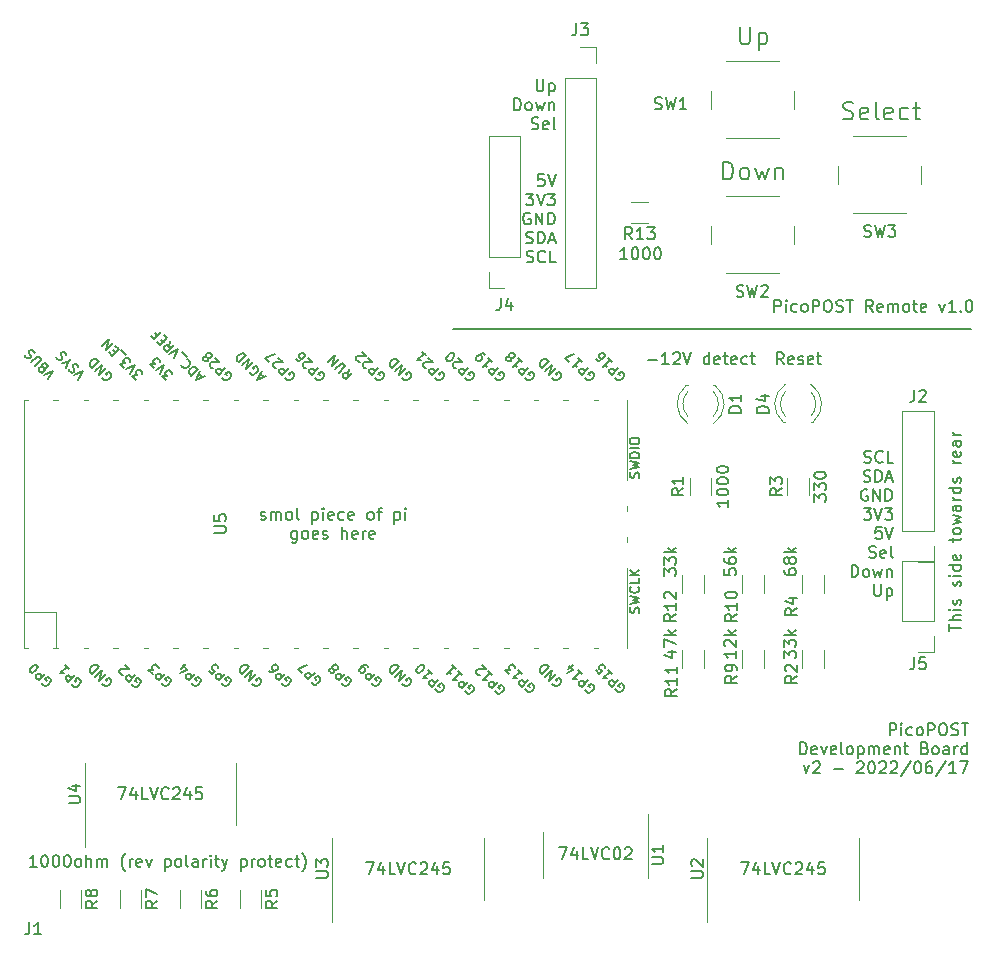
<source format=gbr>
%TF.GenerationSoftware,KiCad,Pcbnew,(6.0.5)*%
%TF.CreationDate,2022-06-17T20:08:42-05:00*%
%TF.ProjectId,ISA card rev2,49534120-6361-4726-9420-726576322e6b,rev?*%
%TF.SameCoordinates,Original*%
%TF.FileFunction,Legend,Top*%
%TF.FilePolarity,Positive*%
%FSLAX46Y46*%
G04 Gerber Fmt 4.6, Leading zero omitted, Abs format (unit mm)*
G04 Created by KiCad (PCBNEW (6.0.5)) date 2022-06-17 20:08:42*
%MOMM*%
%LPD*%
G01*
G04 APERTURE LIST*
%ADD10C,0.150000*%
%ADD11C,0.120000*%
G04 APERTURE END LIST*
D10*
X164496904Y-90622380D02*
X164163571Y-90146190D01*
X163925476Y-90622380D02*
X163925476Y-89622380D01*
X164306428Y-89622380D01*
X164401666Y-89670000D01*
X164449285Y-89717619D01*
X164496904Y-89812857D01*
X164496904Y-89955714D01*
X164449285Y-90050952D01*
X164401666Y-90098571D01*
X164306428Y-90146190D01*
X163925476Y-90146190D01*
X165306428Y-90574761D02*
X165211190Y-90622380D01*
X165020714Y-90622380D01*
X164925476Y-90574761D01*
X164877857Y-90479523D01*
X164877857Y-90098571D01*
X164925476Y-90003333D01*
X165020714Y-89955714D01*
X165211190Y-89955714D01*
X165306428Y-90003333D01*
X165354047Y-90098571D01*
X165354047Y-90193809D01*
X164877857Y-90289047D01*
X165735000Y-90574761D02*
X165830238Y-90622380D01*
X166020714Y-90622380D01*
X166115952Y-90574761D01*
X166163571Y-90479523D01*
X166163571Y-90431904D01*
X166115952Y-90336666D01*
X166020714Y-90289047D01*
X165877857Y-90289047D01*
X165782619Y-90241428D01*
X165735000Y-90146190D01*
X165735000Y-90098571D01*
X165782619Y-90003333D01*
X165877857Y-89955714D01*
X166020714Y-89955714D01*
X166115952Y-90003333D01*
X166973095Y-90574761D02*
X166877857Y-90622380D01*
X166687380Y-90622380D01*
X166592142Y-90574761D01*
X166544523Y-90479523D01*
X166544523Y-90098571D01*
X166592142Y-90003333D01*
X166687380Y-89955714D01*
X166877857Y-89955714D01*
X166973095Y-90003333D01*
X167020714Y-90098571D01*
X167020714Y-90193809D01*
X166544523Y-90289047D01*
X167306428Y-89955714D02*
X167687380Y-89955714D01*
X167449285Y-89622380D02*
X167449285Y-90479523D01*
X167496904Y-90574761D01*
X167592142Y-90622380D01*
X167687380Y-90622380D01*
X153027619Y-90241428D02*
X153789523Y-90241428D01*
X154789523Y-90622380D02*
X154218095Y-90622380D01*
X154503809Y-90622380D02*
X154503809Y-89622380D01*
X154408571Y-89765238D01*
X154313333Y-89860476D01*
X154218095Y-89908095D01*
X155170476Y-89717619D02*
X155218095Y-89670000D01*
X155313333Y-89622380D01*
X155551428Y-89622380D01*
X155646666Y-89670000D01*
X155694285Y-89717619D01*
X155741904Y-89812857D01*
X155741904Y-89908095D01*
X155694285Y-90050952D01*
X155122857Y-90622380D01*
X155741904Y-90622380D01*
X156027619Y-89622380D02*
X156360952Y-90622380D01*
X156694285Y-89622380D01*
X158218095Y-90622380D02*
X158218095Y-89622380D01*
X158218095Y-90574761D02*
X158122857Y-90622380D01*
X157932380Y-90622380D01*
X157837142Y-90574761D01*
X157789523Y-90527142D01*
X157741904Y-90431904D01*
X157741904Y-90146190D01*
X157789523Y-90050952D01*
X157837142Y-90003333D01*
X157932380Y-89955714D01*
X158122857Y-89955714D01*
X158218095Y-90003333D01*
X159075238Y-90574761D02*
X158980000Y-90622380D01*
X158789523Y-90622380D01*
X158694285Y-90574761D01*
X158646666Y-90479523D01*
X158646666Y-90098571D01*
X158694285Y-90003333D01*
X158789523Y-89955714D01*
X158980000Y-89955714D01*
X159075238Y-90003333D01*
X159122857Y-90098571D01*
X159122857Y-90193809D01*
X158646666Y-90289047D01*
X159408571Y-89955714D02*
X159789523Y-89955714D01*
X159551428Y-89622380D02*
X159551428Y-90479523D01*
X159599047Y-90574761D01*
X159694285Y-90622380D01*
X159789523Y-90622380D01*
X160503809Y-90574761D02*
X160408571Y-90622380D01*
X160218095Y-90622380D01*
X160122857Y-90574761D01*
X160075238Y-90479523D01*
X160075238Y-90098571D01*
X160122857Y-90003333D01*
X160218095Y-89955714D01*
X160408571Y-89955714D01*
X160503809Y-90003333D01*
X160551428Y-90098571D01*
X160551428Y-90193809D01*
X160075238Y-90289047D01*
X161408571Y-90574761D02*
X161313333Y-90622380D01*
X161122857Y-90622380D01*
X161027619Y-90574761D01*
X160980000Y-90527142D01*
X160932380Y-90431904D01*
X160932380Y-90146190D01*
X160980000Y-90050952D01*
X161027619Y-90003333D01*
X161122857Y-89955714D01*
X161313333Y-89955714D01*
X161408571Y-90003333D01*
X161694285Y-89955714D02*
X162075238Y-89955714D01*
X161837142Y-89622380D02*
X161837142Y-90479523D01*
X161884761Y-90574761D01*
X161980000Y-90622380D01*
X162075238Y-90622380D01*
X178522380Y-113203571D02*
X178522380Y-112632142D01*
X179522380Y-112917857D02*
X178522380Y-112917857D01*
X179522380Y-112298809D02*
X178522380Y-112298809D01*
X179522380Y-111870238D02*
X178998571Y-111870238D01*
X178903333Y-111917857D01*
X178855714Y-112013095D01*
X178855714Y-112155952D01*
X178903333Y-112251190D01*
X178950952Y-112298809D01*
X179522380Y-111394047D02*
X178855714Y-111394047D01*
X178522380Y-111394047D02*
X178570000Y-111441666D01*
X178617619Y-111394047D01*
X178570000Y-111346428D01*
X178522380Y-111394047D01*
X178617619Y-111394047D01*
X179474761Y-110965476D02*
X179522380Y-110870238D01*
X179522380Y-110679761D01*
X179474761Y-110584523D01*
X179379523Y-110536904D01*
X179331904Y-110536904D01*
X179236666Y-110584523D01*
X179189047Y-110679761D01*
X179189047Y-110822619D01*
X179141428Y-110917857D01*
X179046190Y-110965476D01*
X178998571Y-110965476D01*
X178903333Y-110917857D01*
X178855714Y-110822619D01*
X178855714Y-110679761D01*
X178903333Y-110584523D01*
X179474761Y-109394047D02*
X179522380Y-109298809D01*
X179522380Y-109108333D01*
X179474761Y-109013095D01*
X179379523Y-108965476D01*
X179331904Y-108965476D01*
X179236666Y-109013095D01*
X179189047Y-109108333D01*
X179189047Y-109251190D01*
X179141428Y-109346428D01*
X179046190Y-109394047D01*
X178998571Y-109394047D01*
X178903333Y-109346428D01*
X178855714Y-109251190D01*
X178855714Y-109108333D01*
X178903333Y-109013095D01*
X179522380Y-108536904D02*
X178855714Y-108536904D01*
X178522380Y-108536904D02*
X178570000Y-108584523D01*
X178617619Y-108536904D01*
X178570000Y-108489285D01*
X178522380Y-108536904D01*
X178617619Y-108536904D01*
X179522380Y-107632142D02*
X178522380Y-107632142D01*
X179474761Y-107632142D02*
X179522380Y-107727380D01*
X179522380Y-107917857D01*
X179474761Y-108013095D01*
X179427142Y-108060714D01*
X179331904Y-108108333D01*
X179046190Y-108108333D01*
X178950952Y-108060714D01*
X178903333Y-108013095D01*
X178855714Y-107917857D01*
X178855714Y-107727380D01*
X178903333Y-107632142D01*
X179474761Y-106775000D02*
X179522380Y-106870238D01*
X179522380Y-107060714D01*
X179474761Y-107155952D01*
X179379523Y-107203571D01*
X178998571Y-107203571D01*
X178903333Y-107155952D01*
X178855714Y-107060714D01*
X178855714Y-106870238D01*
X178903333Y-106775000D01*
X178998571Y-106727380D01*
X179093809Y-106727380D01*
X179189047Y-107203571D01*
X178855714Y-105679761D02*
X178855714Y-105298809D01*
X178522380Y-105536904D02*
X179379523Y-105536904D01*
X179474761Y-105489285D01*
X179522380Y-105394047D01*
X179522380Y-105298809D01*
X179522380Y-104822619D02*
X179474761Y-104917857D01*
X179427142Y-104965476D01*
X179331904Y-105013095D01*
X179046190Y-105013095D01*
X178950952Y-104965476D01*
X178903333Y-104917857D01*
X178855714Y-104822619D01*
X178855714Y-104679761D01*
X178903333Y-104584523D01*
X178950952Y-104536904D01*
X179046190Y-104489285D01*
X179331904Y-104489285D01*
X179427142Y-104536904D01*
X179474761Y-104584523D01*
X179522380Y-104679761D01*
X179522380Y-104822619D01*
X178855714Y-104155952D02*
X179522380Y-103965476D01*
X179046190Y-103775000D01*
X179522380Y-103584523D01*
X178855714Y-103394047D01*
X179522380Y-102584523D02*
X178998571Y-102584523D01*
X178903333Y-102632142D01*
X178855714Y-102727380D01*
X178855714Y-102917857D01*
X178903333Y-103013095D01*
X179474761Y-102584523D02*
X179522380Y-102679761D01*
X179522380Y-102917857D01*
X179474761Y-103013095D01*
X179379523Y-103060714D01*
X179284285Y-103060714D01*
X179189047Y-103013095D01*
X179141428Y-102917857D01*
X179141428Y-102679761D01*
X179093809Y-102584523D01*
X179522380Y-102108333D02*
X178855714Y-102108333D01*
X179046190Y-102108333D02*
X178950952Y-102060714D01*
X178903333Y-102013095D01*
X178855714Y-101917857D01*
X178855714Y-101822619D01*
X179522380Y-101060714D02*
X178522380Y-101060714D01*
X179474761Y-101060714D02*
X179522380Y-101155952D01*
X179522380Y-101346428D01*
X179474761Y-101441666D01*
X179427142Y-101489285D01*
X179331904Y-101536904D01*
X179046190Y-101536904D01*
X178950952Y-101489285D01*
X178903333Y-101441666D01*
X178855714Y-101346428D01*
X178855714Y-101155952D01*
X178903333Y-101060714D01*
X179474761Y-100632142D02*
X179522380Y-100536904D01*
X179522380Y-100346428D01*
X179474761Y-100251190D01*
X179379523Y-100203571D01*
X179331904Y-100203571D01*
X179236666Y-100251190D01*
X179189047Y-100346428D01*
X179189047Y-100489285D01*
X179141428Y-100584523D01*
X179046190Y-100632142D01*
X178998571Y-100632142D01*
X178903333Y-100584523D01*
X178855714Y-100489285D01*
X178855714Y-100346428D01*
X178903333Y-100251190D01*
X179522380Y-99013095D02*
X178855714Y-99013095D01*
X179046190Y-99013095D02*
X178950952Y-98965476D01*
X178903333Y-98917857D01*
X178855714Y-98822619D01*
X178855714Y-98727380D01*
X179474761Y-98013095D02*
X179522380Y-98108333D01*
X179522380Y-98298809D01*
X179474761Y-98394047D01*
X179379523Y-98441666D01*
X178998571Y-98441666D01*
X178903333Y-98394047D01*
X178855714Y-98298809D01*
X178855714Y-98108333D01*
X178903333Y-98013095D01*
X178998571Y-97965476D01*
X179093809Y-97965476D01*
X179189047Y-98441666D01*
X179522380Y-97108333D02*
X178998571Y-97108333D01*
X178903333Y-97155952D01*
X178855714Y-97251190D01*
X178855714Y-97441666D01*
X178903333Y-97536904D01*
X179474761Y-97108333D02*
X179522380Y-97203571D01*
X179522380Y-97441666D01*
X179474761Y-97536904D01*
X179379523Y-97584523D01*
X179284285Y-97584523D01*
X179189047Y-97536904D01*
X179141428Y-97441666D01*
X179141428Y-97203571D01*
X179093809Y-97108333D01*
X179522380Y-96632142D02*
X178855714Y-96632142D01*
X179046190Y-96632142D02*
X178950952Y-96584523D01*
X178903333Y-96536904D01*
X178855714Y-96441666D01*
X178855714Y-96346428D01*
X136525000Y-87630000D02*
X180340000Y-87630000D01*
X169541428Y-69822142D02*
X169755714Y-69893571D01*
X170112857Y-69893571D01*
X170255714Y-69822142D01*
X170327142Y-69750714D01*
X170398571Y-69607857D01*
X170398571Y-69465000D01*
X170327142Y-69322142D01*
X170255714Y-69250714D01*
X170112857Y-69179285D01*
X169827142Y-69107857D01*
X169684285Y-69036428D01*
X169612857Y-68965000D01*
X169541428Y-68822142D01*
X169541428Y-68679285D01*
X169612857Y-68536428D01*
X169684285Y-68465000D01*
X169827142Y-68393571D01*
X170184285Y-68393571D01*
X170398571Y-68465000D01*
X171612857Y-69822142D02*
X171470000Y-69893571D01*
X171184285Y-69893571D01*
X171041428Y-69822142D01*
X170970000Y-69679285D01*
X170970000Y-69107857D01*
X171041428Y-68965000D01*
X171184285Y-68893571D01*
X171470000Y-68893571D01*
X171612857Y-68965000D01*
X171684285Y-69107857D01*
X171684285Y-69250714D01*
X170970000Y-69393571D01*
X172541428Y-69893571D02*
X172398571Y-69822142D01*
X172327142Y-69679285D01*
X172327142Y-68393571D01*
X173684285Y-69822142D02*
X173541428Y-69893571D01*
X173255714Y-69893571D01*
X173112857Y-69822142D01*
X173041428Y-69679285D01*
X173041428Y-69107857D01*
X173112857Y-68965000D01*
X173255714Y-68893571D01*
X173541428Y-68893571D01*
X173684285Y-68965000D01*
X173755714Y-69107857D01*
X173755714Y-69250714D01*
X173041428Y-69393571D01*
X175041428Y-69822142D02*
X174898571Y-69893571D01*
X174612857Y-69893571D01*
X174470000Y-69822142D01*
X174398571Y-69750714D01*
X174327142Y-69607857D01*
X174327142Y-69179285D01*
X174398571Y-69036428D01*
X174470000Y-68965000D01*
X174612857Y-68893571D01*
X174898571Y-68893571D01*
X175041428Y-68965000D01*
X175470000Y-68893571D02*
X176041428Y-68893571D01*
X175684285Y-68393571D02*
X175684285Y-69679285D01*
X175755714Y-69822142D01*
X175898571Y-69893571D01*
X176041428Y-69893571D01*
X159389285Y-74973571D02*
X159389285Y-73473571D01*
X159746428Y-73473571D01*
X159960714Y-73545000D01*
X160103571Y-73687857D01*
X160175000Y-73830714D01*
X160246428Y-74116428D01*
X160246428Y-74330714D01*
X160175000Y-74616428D01*
X160103571Y-74759285D01*
X159960714Y-74902142D01*
X159746428Y-74973571D01*
X159389285Y-74973571D01*
X161103571Y-74973571D02*
X160960714Y-74902142D01*
X160889285Y-74830714D01*
X160817857Y-74687857D01*
X160817857Y-74259285D01*
X160889285Y-74116428D01*
X160960714Y-74045000D01*
X161103571Y-73973571D01*
X161317857Y-73973571D01*
X161460714Y-74045000D01*
X161532142Y-74116428D01*
X161603571Y-74259285D01*
X161603571Y-74687857D01*
X161532142Y-74830714D01*
X161460714Y-74902142D01*
X161317857Y-74973571D01*
X161103571Y-74973571D01*
X162103571Y-73973571D02*
X162389285Y-74973571D01*
X162675000Y-74259285D01*
X162960714Y-74973571D01*
X163246428Y-73973571D01*
X163817857Y-73973571D02*
X163817857Y-74973571D01*
X163817857Y-74116428D02*
X163889285Y-74045000D01*
X164032142Y-73973571D01*
X164246428Y-73973571D01*
X164389285Y-74045000D01*
X164460714Y-74187857D01*
X164460714Y-74973571D01*
X160817857Y-62043571D02*
X160817857Y-63257857D01*
X160889285Y-63400714D01*
X160960714Y-63472142D01*
X161103571Y-63543571D01*
X161389285Y-63543571D01*
X161532142Y-63472142D01*
X161603571Y-63400714D01*
X161675000Y-63257857D01*
X161675000Y-62043571D01*
X162389285Y-62543571D02*
X162389285Y-64043571D01*
X162389285Y-62615000D02*
X162532142Y-62543571D01*
X162817857Y-62543571D01*
X162960714Y-62615000D01*
X163032142Y-62686428D01*
X163103571Y-62829285D01*
X163103571Y-63257857D01*
X163032142Y-63400714D01*
X162960714Y-63472142D01*
X162817857Y-63543571D01*
X162532142Y-63543571D01*
X162389285Y-63472142D01*
X120222142Y-103739761D02*
X120317380Y-103787380D01*
X120507857Y-103787380D01*
X120603095Y-103739761D01*
X120650714Y-103644523D01*
X120650714Y-103596904D01*
X120603095Y-103501666D01*
X120507857Y-103454047D01*
X120365000Y-103454047D01*
X120269761Y-103406428D01*
X120222142Y-103311190D01*
X120222142Y-103263571D01*
X120269761Y-103168333D01*
X120365000Y-103120714D01*
X120507857Y-103120714D01*
X120603095Y-103168333D01*
X121079285Y-103787380D02*
X121079285Y-103120714D01*
X121079285Y-103215952D02*
X121126904Y-103168333D01*
X121222142Y-103120714D01*
X121365000Y-103120714D01*
X121460238Y-103168333D01*
X121507857Y-103263571D01*
X121507857Y-103787380D01*
X121507857Y-103263571D02*
X121555476Y-103168333D01*
X121650714Y-103120714D01*
X121793571Y-103120714D01*
X121888809Y-103168333D01*
X121936428Y-103263571D01*
X121936428Y-103787380D01*
X122555476Y-103787380D02*
X122460238Y-103739761D01*
X122412619Y-103692142D01*
X122365000Y-103596904D01*
X122365000Y-103311190D01*
X122412619Y-103215952D01*
X122460238Y-103168333D01*
X122555476Y-103120714D01*
X122698333Y-103120714D01*
X122793571Y-103168333D01*
X122841190Y-103215952D01*
X122888809Y-103311190D01*
X122888809Y-103596904D01*
X122841190Y-103692142D01*
X122793571Y-103739761D01*
X122698333Y-103787380D01*
X122555476Y-103787380D01*
X123460238Y-103787380D02*
X123365000Y-103739761D01*
X123317380Y-103644523D01*
X123317380Y-102787380D01*
X124603095Y-103120714D02*
X124603095Y-104120714D01*
X124603095Y-103168333D02*
X124698333Y-103120714D01*
X124888809Y-103120714D01*
X124984047Y-103168333D01*
X125031666Y-103215952D01*
X125079285Y-103311190D01*
X125079285Y-103596904D01*
X125031666Y-103692142D01*
X124984047Y-103739761D01*
X124888809Y-103787380D01*
X124698333Y-103787380D01*
X124603095Y-103739761D01*
X125507857Y-103787380D02*
X125507857Y-103120714D01*
X125507857Y-102787380D02*
X125460238Y-102835000D01*
X125507857Y-102882619D01*
X125555476Y-102835000D01*
X125507857Y-102787380D01*
X125507857Y-102882619D01*
X126365000Y-103739761D02*
X126269761Y-103787380D01*
X126079285Y-103787380D01*
X125984047Y-103739761D01*
X125936428Y-103644523D01*
X125936428Y-103263571D01*
X125984047Y-103168333D01*
X126079285Y-103120714D01*
X126269761Y-103120714D01*
X126365000Y-103168333D01*
X126412619Y-103263571D01*
X126412619Y-103358809D01*
X125936428Y-103454047D01*
X127269761Y-103739761D02*
X127174523Y-103787380D01*
X126984047Y-103787380D01*
X126888809Y-103739761D01*
X126841190Y-103692142D01*
X126793571Y-103596904D01*
X126793571Y-103311190D01*
X126841190Y-103215952D01*
X126888809Y-103168333D01*
X126984047Y-103120714D01*
X127174523Y-103120714D01*
X127269761Y-103168333D01*
X128079285Y-103739761D02*
X127984047Y-103787380D01*
X127793571Y-103787380D01*
X127698333Y-103739761D01*
X127650714Y-103644523D01*
X127650714Y-103263571D01*
X127698333Y-103168333D01*
X127793571Y-103120714D01*
X127984047Y-103120714D01*
X128079285Y-103168333D01*
X128126904Y-103263571D01*
X128126904Y-103358809D01*
X127650714Y-103454047D01*
X129460238Y-103787380D02*
X129365000Y-103739761D01*
X129317380Y-103692142D01*
X129269761Y-103596904D01*
X129269761Y-103311190D01*
X129317380Y-103215952D01*
X129365000Y-103168333D01*
X129460238Y-103120714D01*
X129603095Y-103120714D01*
X129698333Y-103168333D01*
X129745952Y-103215952D01*
X129793571Y-103311190D01*
X129793571Y-103596904D01*
X129745952Y-103692142D01*
X129698333Y-103739761D01*
X129603095Y-103787380D01*
X129460238Y-103787380D01*
X130079285Y-103120714D02*
X130460238Y-103120714D01*
X130222142Y-103787380D02*
X130222142Y-102930238D01*
X130269761Y-102835000D01*
X130365000Y-102787380D01*
X130460238Y-102787380D01*
X131555476Y-103120714D02*
X131555476Y-104120714D01*
X131555476Y-103168333D02*
X131650714Y-103120714D01*
X131841190Y-103120714D01*
X131936428Y-103168333D01*
X131984047Y-103215952D01*
X132031666Y-103311190D01*
X132031666Y-103596904D01*
X131984047Y-103692142D01*
X131936428Y-103739761D01*
X131841190Y-103787380D01*
X131650714Y-103787380D01*
X131555476Y-103739761D01*
X132460238Y-103787380D02*
X132460238Y-103120714D01*
X132460238Y-102787380D02*
X132412619Y-102835000D01*
X132460238Y-102882619D01*
X132507857Y-102835000D01*
X132460238Y-102787380D01*
X132460238Y-102882619D01*
X123293571Y-104730714D02*
X123293571Y-105540238D01*
X123245952Y-105635476D01*
X123198333Y-105683095D01*
X123103095Y-105730714D01*
X122960238Y-105730714D01*
X122865000Y-105683095D01*
X123293571Y-105349761D02*
X123198333Y-105397380D01*
X123007857Y-105397380D01*
X122912619Y-105349761D01*
X122865000Y-105302142D01*
X122817380Y-105206904D01*
X122817380Y-104921190D01*
X122865000Y-104825952D01*
X122912619Y-104778333D01*
X123007857Y-104730714D01*
X123198333Y-104730714D01*
X123293571Y-104778333D01*
X123912619Y-105397380D02*
X123817380Y-105349761D01*
X123769761Y-105302142D01*
X123722142Y-105206904D01*
X123722142Y-104921190D01*
X123769761Y-104825952D01*
X123817380Y-104778333D01*
X123912619Y-104730714D01*
X124055476Y-104730714D01*
X124150714Y-104778333D01*
X124198333Y-104825952D01*
X124245952Y-104921190D01*
X124245952Y-105206904D01*
X124198333Y-105302142D01*
X124150714Y-105349761D01*
X124055476Y-105397380D01*
X123912619Y-105397380D01*
X125055476Y-105349761D02*
X124960238Y-105397380D01*
X124769761Y-105397380D01*
X124674523Y-105349761D01*
X124626904Y-105254523D01*
X124626904Y-104873571D01*
X124674523Y-104778333D01*
X124769761Y-104730714D01*
X124960238Y-104730714D01*
X125055476Y-104778333D01*
X125103095Y-104873571D01*
X125103095Y-104968809D01*
X124626904Y-105064047D01*
X125484047Y-105349761D02*
X125579285Y-105397380D01*
X125769761Y-105397380D01*
X125865000Y-105349761D01*
X125912619Y-105254523D01*
X125912619Y-105206904D01*
X125865000Y-105111666D01*
X125769761Y-105064047D01*
X125626904Y-105064047D01*
X125531666Y-105016428D01*
X125484047Y-104921190D01*
X125484047Y-104873571D01*
X125531666Y-104778333D01*
X125626904Y-104730714D01*
X125769761Y-104730714D01*
X125865000Y-104778333D01*
X127103095Y-105397380D02*
X127103095Y-104397380D01*
X127531666Y-105397380D02*
X127531666Y-104873571D01*
X127484047Y-104778333D01*
X127388809Y-104730714D01*
X127245952Y-104730714D01*
X127150714Y-104778333D01*
X127103095Y-104825952D01*
X128388809Y-105349761D02*
X128293571Y-105397380D01*
X128103095Y-105397380D01*
X128007857Y-105349761D01*
X127960238Y-105254523D01*
X127960238Y-104873571D01*
X128007857Y-104778333D01*
X128103095Y-104730714D01*
X128293571Y-104730714D01*
X128388809Y-104778333D01*
X128436428Y-104873571D01*
X128436428Y-104968809D01*
X127960238Y-105064047D01*
X128865000Y-105397380D02*
X128865000Y-104730714D01*
X128865000Y-104921190D02*
X128912619Y-104825952D01*
X128960238Y-104778333D01*
X129055476Y-104730714D01*
X129150714Y-104730714D01*
X129865000Y-105349761D02*
X129769761Y-105397380D01*
X129579285Y-105397380D01*
X129484047Y-105349761D01*
X129436428Y-105254523D01*
X129436428Y-104873571D01*
X129484047Y-104778333D01*
X129579285Y-104730714D01*
X129769761Y-104730714D01*
X129865000Y-104778333D01*
X129912619Y-104873571D01*
X129912619Y-104968809D01*
X129436428Y-105064047D01*
X163727857Y-86177380D02*
X163727857Y-85177380D01*
X164108809Y-85177380D01*
X164204047Y-85225000D01*
X164251666Y-85272619D01*
X164299285Y-85367857D01*
X164299285Y-85510714D01*
X164251666Y-85605952D01*
X164204047Y-85653571D01*
X164108809Y-85701190D01*
X163727857Y-85701190D01*
X164727857Y-86177380D02*
X164727857Y-85510714D01*
X164727857Y-85177380D02*
X164680238Y-85225000D01*
X164727857Y-85272619D01*
X164775476Y-85225000D01*
X164727857Y-85177380D01*
X164727857Y-85272619D01*
X165632619Y-86129761D02*
X165537380Y-86177380D01*
X165346904Y-86177380D01*
X165251666Y-86129761D01*
X165204047Y-86082142D01*
X165156428Y-85986904D01*
X165156428Y-85701190D01*
X165204047Y-85605952D01*
X165251666Y-85558333D01*
X165346904Y-85510714D01*
X165537380Y-85510714D01*
X165632619Y-85558333D01*
X166204047Y-86177380D02*
X166108809Y-86129761D01*
X166061190Y-86082142D01*
X166013571Y-85986904D01*
X166013571Y-85701190D01*
X166061190Y-85605952D01*
X166108809Y-85558333D01*
X166204047Y-85510714D01*
X166346904Y-85510714D01*
X166442142Y-85558333D01*
X166489761Y-85605952D01*
X166537380Y-85701190D01*
X166537380Y-85986904D01*
X166489761Y-86082142D01*
X166442142Y-86129761D01*
X166346904Y-86177380D01*
X166204047Y-86177380D01*
X166965952Y-86177380D02*
X166965952Y-85177380D01*
X167346904Y-85177380D01*
X167442142Y-85225000D01*
X167489761Y-85272619D01*
X167537380Y-85367857D01*
X167537380Y-85510714D01*
X167489761Y-85605952D01*
X167442142Y-85653571D01*
X167346904Y-85701190D01*
X166965952Y-85701190D01*
X168156428Y-85177380D02*
X168346904Y-85177380D01*
X168442142Y-85225000D01*
X168537380Y-85320238D01*
X168585000Y-85510714D01*
X168585000Y-85844047D01*
X168537380Y-86034523D01*
X168442142Y-86129761D01*
X168346904Y-86177380D01*
X168156428Y-86177380D01*
X168061190Y-86129761D01*
X167965952Y-86034523D01*
X167918333Y-85844047D01*
X167918333Y-85510714D01*
X167965952Y-85320238D01*
X168061190Y-85225000D01*
X168156428Y-85177380D01*
X168965952Y-86129761D02*
X169108809Y-86177380D01*
X169346904Y-86177380D01*
X169442142Y-86129761D01*
X169489761Y-86082142D01*
X169537380Y-85986904D01*
X169537380Y-85891666D01*
X169489761Y-85796428D01*
X169442142Y-85748809D01*
X169346904Y-85701190D01*
X169156428Y-85653571D01*
X169061190Y-85605952D01*
X169013571Y-85558333D01*
X168965952Y-85463095D01*
X168965952Y-85367857D01*
X169013571Y-85272619D01*
X169061190Y-85225000D01*
X169156428Y-85177380D01*
X169394523Y-85177380D01*
X169537380Y-85225000D01*
X169823095Y-85177380D02*
X170394523Y-85177380D01*
X170108809Y-86177380D02*
X170108809Y-85177380D01*
X172061190Y-86177380D02*
X171727857Y-85701190D01*
X171489761Y-86177380D02*
X171489761Y-85177380D01*
X171870714Y-85177380D01*
X171965952Y-85225000D01*
X172013571Y-85272619D01*
X172061190Y-85367857D01*
X172061190Y-85510714D01*
X172013571Y-85605952D01*
X171965952Y-85653571D01*
X171870714Y-85701190D01*
X171489761Y-85701190D01*
X172870714Y-86129761D02*
X172775476Y-86177380D01*
X172585000Y-86177380D01*
X172489761Y-86129761D01*
X172442142Y-86034523D01*
X172442142Y-85653571D01*
X172489761Y-85558333D01*
X172585000Y-85510714D01*
X172775476Y-85510714D01*
X172870714Y-85558333D01*
X172918333Y-85653571D01*
X172918333Y-85748809D01*
X172442142Y-85844047D01*
X173346904Y-86177380D02*
X173346904Y-85510714D01*
X173346904Y-85605952D02*
X173394523Y-85558333D01*
X173489761Y-85510714D01*
X173632619Y-85510714D01*
X173727857Y-85558333D01*
X173775476Y-85653571D01*
X173775476Y-86177380D01*
X173775476Y-85653571D02*
X173823095Y-85558333D01*
X173918333Y-85510714D01*
X174061190Y-85510714D01*
X174156428Y-85558333D01*
X174204047Y-85653571D01*
X174204047Y-86177380D01*
X174823095Y-86177380D02*
X174727857Y-86129761D01*
X174680238Y-86082142D01*
X174632619Y-85986904D01*
X174632619Y-85701190D01*
X174680238Y-85605952D01*
X174727857Y-85558333D01*
X174823095Y-85510714D01*
X174965952Y-85510714D01*
X175061190Y-85558333D01*
X175108809Y-85605952D01*
X175156428Y-85701190D01*
X175156428Y-85986904D01*
X175108809Y-86082142D01*
X175061190Y-86129761D01*
X174965952Y-86177380D01*
X174823095Y-86177380D01*
X175442142Y-85510714D02*
X175823095Y-85510714D01*
X175585000Y-85177380D02*
X175585000Y-86034523D01*
X175632619Y-86129761D01*
X175727857Y-86177380D01*
X175823095Y-86177380D01*
X176537380Y-86129761D02*
X176442142Y-86177380D01*
X176251666Y-86177380D01*
X176156428Y-86129761D01*
X176108809Y-86034523D01*
X176108809Y-85653571D01*
X176156428Y-85558333D01*
X176251666Y-85510714D01*
X176442142Y-85510714D01*
X176537380Y-85558333D01*
X176585000Y-85653571D01*
X176585000Y-85748809D01*
X176108809Y-85844047D01*
X177680238Y-85510714D02*
X177918333Y-86177380D01*
X178156428Y-85510714D01*
X179061190Y-86177380D02*
X178489761Y-86177380D01*
X178775476Y-86177380D02*
X178775476Y-85177380D01*
X178680238Y-85320238D01*
X178585000Y-85415476D01*
X178489761Y-85463095D01*
X179489761Y-86082142D02*
X179537380Y-86129761D01*
X179489761Y-86177380D01*
X179442142Y-86129761D01*
X179489761Y-86082142D01*
X179489761Y-86177380D01*
X180156428Y-85177380D02*
X180251666Y-85177380D01*
X180346904Y-85225000D01*
X180394523Y-85272619D01*
X180442142Y-85367857D01*
X180489761Y-85558333D01*
X180489761Y-85796428D01*
X180442142Y-85986904D01*
X180394523Y-86082142D01*
X180346904Y-86129761D01*
X180251666Y-86177380D01*
X180156428Y-86177380D01*
X180061190Y-86129761D01*
X180013571Y-86082142D01*
X179965952Y-85986904D01*
X179918333Y-85796428D01*
X179918333Y-85558333D01*
X179965952Y-85367857D01*
X180013571Y-85272619D01*
X180061190Y-85225000D01*
X180156428Y-85177380D01*
X145494761Y-131532380D02*
X146161428Y-131532380D01*
X145732857Y-132532380D01*
X146970952Y-131865714D02*
X146970952Y-132532380D01*
X146732857Y-131484761D02*
X146494761Y-132199047D01*
X147113809Y-132199047D01*
X147970952Y-132532380D02*
X147494761Y-132532380D01*
X147494761Y-131532380D01*
X148161428Y-131532380D02*
X148494761Y-132532380D01*
X148828095Y-131532380D01*
X149732857Y-132437142D02*
X149685238Y-132484761D01*
X149542380Y-132532380D01*
X149447142Y-132532380D01*
X149304285Y-132484761D01*
X149209047Y-132389523D01*
X149161428Y-132294285D01*
X149113809Y-132103809D01*
X149113809Y-131960952D01*
X149161428Y-131770476D01*
X149209047Y-131675238D01*
X149304285Y-131580000D01*
X149447142Y-131532380D01*
X149542380Y-131532380D01*
X149685238Y-131580000D01*
X149732857Y-131627619D01*
X150351904Y-131532380D02*
X150447142Y-131532380D01*
X150542380Y-131580000D01*
X150590000Y-131627619D01*
X150637619Y-131722857D01*
X150685238Y-131913333D01*
X150685238Y-132151428D01*
X150637619Y-132341904D01*
X150590000Y-132437142D01*
X150542380Y-132484761D01*
X150447142Y-132532380D01*
X150351904Y-132532380D01*
X150256666Y-132484761D01*
X150209047Y-132437142D01*
X150161428Y-132341904D01*
X150113809Y-132151428D01*
X150113809Y-131913333D01*
X150161428Y-131722857D01*
X150209047Y-131627619D01*
X150256666Y-131580000D01*
X150351904Y-131532380D01*
X151066190Y-131627619D02*
X151113809Y-131580000D01*
X151209047Y-131532380D01*
X151447142Y-131532380D01*
X151542380Y-131580000D01*
X151590000Y-131627619D01*
X151637619Y-131722857D01*
X151637619Y-131818095D01*
X151590000Y-131960952D01*
X151018571Y-132532380D01*
X151637619Y-132532380D01*
X160893571Y-132802380D02*
X161560238Y-132802380D01*
X161131666Y-133802380D01*
X162369761Y-133135714D02*
X162369761Y-133802380D01*
X162131666Y-132754761D02*
X161893571Y-133469047D01*
X162512619Y-133469047D01*
X163369761Y-133802380D02*
X162893571Y-133802380D01*
X162893571Y-132802380D01*
X163560238Y-132802380D02*
X163893571Y-133802380D01*
X164226904Y-132802380D01*
X165131666Y-133707142D02*
X165084047Y-133754761D01*
X164941190Y-133802380D01*
X164845952Y-133802380D01*
X164703095Y-133754761D01*
X164607857Y-133659523D01*
X164560238Y-133564285D01*
X164512619Y-133373809D01*
X164512619Y-133230952D01*
X164560238Y-133040476D01*
X164607857Y-132945238D01*
X164703095Y-132850000D01*
X164845952Y-132802380D01*
X164941190Y-132802380D01*
X165084047Y-132850000D01*
X165131666Y-132897619D01*
X165512619Y-132897619D02*
X165560238Y-132850000D01*
X165655476Y-132802380D01*
X165893571Y-132802380D01*
X165988809Y-132850000D01*
X166036428Y-132897619D01*
X166084047Y-132992857D01*
X166084047Y-133088095D01*
X166036428Y-133230952D01*
X165465000Y-133802380D01*
X166084047Y-133802380D01*
X166941190Y-133135714D02*
X166941190Y-133802380D01*
X166703095Y-132754761D02*
X166465000Y-133469047D01*
X167084047Y-133469047D01*
X167941190Y-132802380D02*
X167465000Y-132802380D01*
X167417380Y-133278571D01*
X167465000Y-133230952D01*
X167560238Y-133183333D01*
X167798333Y-133183333D01*
X167893571Y-133230952D01*
X167941190Y-133278571D01*
X167988809Y-133373809D01*
X167988809Y-133611904D01*
X167941190Y-133707142D01*
X167893571Y-133754761D01*
X167798333Y-133802380D01*
X167560238Y-133802380D01*
X167465000Y-133754761D01*
X167417380Y-133707142D01*
X129143571Y-132802380D02*
X129810238Y-132802380D01*
X129381666Y-133802380D01*
X130619761Y-133135714D02*
X130619761Y-133802380D01*
X130381666Y-132754761D02*
X130143571Y-133469047D01*
X130762619Y-133469047D01*
X131619761Y-133802380D02*
X131143571Y-133802380D01*
X131143571Y-132802380D01*
X131810238Y-132802380D02*
X132143571Y-133802380D01*
X132476904Y-132802380D01*
X133381666Y-133707142D02*
X133334047Y-133754761D01*
X133191190Y-133802380D01*
X133095952Y-133802380D01*
X132953095Y-133754761D01*
X132857857Y-133659523D01*
X132810238Y-133564285D01*
X132762619Y-133373809D01*
X132762619Y-133230952D01*
X132810238Y-133040476D01*
X132857857Y-132945238D01*
X132953095Y-132850000D01*
X133095952Y-132802380D01*
X133191190Y-132802380D01*
X133334047Y-132850000D01*
X133381666Y-132897619D01*
X133762619Y-132897619D02*
X133810238Y-132850000D01*
X133905476Y-132802380D01*
X134143571Y-132802380D01*
X134238809Y-132850000D01*
X134286428Y-132897619D01*
X134334047Y-132992857D01*
X134334047Y-133088095D01*
X134286428Y-133230952D01*
X133715000Y-133802380D01*
X134334047Y-133802380D01*
X135191190Y-133135714D02*
X135191190Y-133802380D01*
X134953095Y-132754761D02*
X134715000Y-133469047D01*
X135334047Y-133469047D01*
X136191190Y-132802380D02*
X135715000Y-132802380D01*
X135667380Y-133278571D01*
X135715000Y-133230952D01*
X135810238Y-133183333D01*
X136048333Y-133183333D01*
X136143571Y-133230952D01*
X136191190Y-133278571D01*
X136238809Y-133373809D01*
X136238809Y-133611904D01*
X136191190Y-133707142D01*
X136143571Y-133754761D01*
X136048333Y-133802380D01*
X135810238Y-133802380D01*
X135715000Y-133754761D01*
X135667380Y-133707142D01*
X108188571Y-126452380D02*
X108855238Y-126452380D01*
X108426666Y-127452380D01*
X109664761Y-126785714D02*
X109664761Y-127452380D01*
X109426666Y-126404761D02*
X109188571Y-127119047D01*
X109807619Y-127119047D01*
X110664761Y-127452380D02*
X110188571Y-127452380D01*
X110188571Y-126452380D01*
X110855238Y-126452380D02*
X111188571Y-127452380D01*
X111521904Y-126452380D01*
X112426666Y-127357142D02*
X112379047Y-127404761D01*
X112236190Y-127452380D01*
X112140952Y-127452380D01*
X111998095Y-127404761D01*
X111902857Y-127309523D01*
X111855238Y-127214285D01*
X111807619Y-127023809D01*
X111807619Y-126880952D01*
X111855238Y-126690476D01*
X111902857Y-126595238D01*
X111998095Y-126500000D01*
X112140952Y-126452380D01*
X112236190Y-126452380D01*
X112379047Y-126500000D01*
X112426666Y-126547619D01*
X112807619Y-126547619D02*
X112855238Y-126500000D01*
X112950476Y-126452380D01*
X113188571Y-126452380D01*
X113283809Y-126500000D01*
X113331428Y-126547619D01*
X113379047Y-126642857D01*
X113379047Y-126738095D01*
X113331428Y-126880952D01*
X112760000Y-127452380D01*
X113379047Y-127452380D01*
X114236190Y-126785714D02*
X114236190Y-127452380D01*
X113998095Y-126404761D02*
X113760000Y-127119047D01*
X114379047Y-127119047D01*
X115236190Y-126452380D02*
X114760000Y-126452380D01*
X114712380Y-126928571D01*
X114760000Y-126880952D01*
X114855238Y-126833333D01*
X115093333Y-126833333D01*
X115188571Y-126880952D01*
X115236190Y-126928571D01*
X115283809Y-127023809D01*
X115283809Y-127261904D01*
X115236190Y-127357142D01*
X115188571Y-127404761D01*
X115093333Y-127452380D01*
X114855238Y-127452380D01*
X114760000Y-127404761D01*
X114712380Y-127357142D01*
X101275952Y-133167380D02*
X100704523Y-133167380D01*
X100990238Y-133167380D02*
X100990238Y-132167380D01*
X100895000Y-132310238D01*
X100799761Y-132405476D01*
X100704523Y-132453095D01*
X101895000Y-132167380D02*
X101990238Y-132167380D01*
X102085476Y-132215000D01*
X102133095Y-132262619D01*
X102180714Y-132357857D01*
X102228333Y-132548333D01*
X102228333Y-132786428D01*
X102180714Y-132976904D01*
X102133095Y-133072142D01*
X102085476Y-133119761D01*
X101990238Y-133167380D01*
X101895000Y-133167380D01*
X101799761Y-133119761D01*
X101752142Y-133072142D01*
X101704523Y-132976904D01*
X101656904Y-132786428D01*
X101656904Y-132548333D01*
X101704523Y-132357857D01*
X101752142Y-132262619D01*
X101799761Y-132215000D01*
X101895000Y-132167380D01*
X102847380Y-132167380D02*
X102942619Y-132167380D01*
X103037857Y-132215000D01*
X103085476Y-132262619D01*
X103133095Y-132357857D01*
X103180714Y-132548333D01*
X103180714Y-132786428D01*
X103133095Y-132976904D01*
X103085476Y-133072142D01*
X103037857Y-133119761D01*
X102942619Y-133167380D01*
X102847380Y-133167380D01*
X102752142Y-133119761D01*
X102704523Y-133072142D01*
X102656904Y-132976904D01*
X102609285Y-132786428D01*
X102609285Y-132548333D01*
X102656904Y-132357857D01*
X102704523Y-132262619D01*
X102752142Y-132215000D01*
X102847380Y-132167380D01*
X103799761Y-132167380D02*
X103895000Y-132167380D01*
X103990238Y-132215000D01*
X104037857Y-132262619D01*
X104085476Y-132357857D01*
X104133095Y-132548333D01*
X104133095Y-132786428D01*
X104085476Y-132976904D01*
X104037857Y-133072142D01*
X103990238Y-133119761D01*
X103895000Y-133167380D01*
X103799761Y-133167380D01*
X103704523Y-133119761D01*
X103656904Y-133072142D01*
X103609285Y-132976904D01*
X103561666Y-132786428D01*
X103561666Y-132548333D01*
X103609285Y-132357857D01*
X103656904Y-132262619D01*
X103704523Y-132215000D01*
X103799761Y-132167380D01*
X104704523Y-133167380D02*
X104609285Y-133119761D01*
X104561666Y-133072142D01*
X104514047Y-132976904D01*
X104514047Y-132691190D01*
X104561666Y-132595952D01*
X104609285Y-132548333D01*
X104704523Y-132500714D01*
X104847380Y-132500714D01*
X104942619Y-132548333D01*
X104990238Y-132595952D01*
X105037857Y-132691190D01*
X105037857Y-132976904D01*
X104990238Y-133072142D01*
X104942619Y-133119761D01*
X104847380Y-133167380D01*
X104704523Y-133167380D01*
X105466428Y-133167380D02*
X105466428Y-132167380D01*
X105895000Y-133167380D02*
X105895000Y-132643571D01*
X105847380Y-132548333D01*
X105752142Y-132500714D01*
X105609285Y-132500714D01*
X105514047Y-132548333D01*
X105466428Y-132595952D01*
X106371190Y-133167380D02*
X106371190Y-132500714D01*
X106371190Y-132595952D02*
X106418809Y-132548333D01*
X106514047Y-132500714D01*
X106656904Y-132500714D01*
X106752142Y-132548333D01*
X106799761Y-132643571D01*
X106799761Y-133167380D01*
X106799761Y-132643571D02*
X106847380Y-132548333D01*
X106942619Y-132500714D01*
X107085476Y-132500714D01*
X107180714Y-132548333D01*
X107228333Y-132643571D01*
X107228333Y-133167380D01*
X108752142Y-133548333D02*
X108704523Y-133500714D01*
X108609285Y-133357857D01*
X108561666Y-133262619D01*
X108514047Y-133119761D01*
X108466428Y-132881666D01*
X108466428Y-132691190D01*
X108514047Y-132453095D01*
X108561666Y-132310238D01*
X108609285Y-132215000D01*
X108704523Y-132072142D01*
X108752142Y-132024523D01*
X109133095Y-133167380D02*
X109133095Y-132500714D01*
X109133095Y-132691190D02*
X109180714Y-132595952D01*
X109228333Y-132548333D01*
X109323571Y-132500714D01*
X109418809Y-132500714D01*
X110133095Y-133119761D02*
X110037857Y-133167380D01*
X109847380Y-133167380D01*
X109752142Y-133119761D01*
X109704523Y-133024523D01*
X109704523Y-132643571D01*
X109752142Y-132548333D01*
X109847380Y-132500714D01*
X110037857Y-132500714D01*
X110133095Y-132548333D01*
X110180714Y-132643571D01*
X110180714Y-132738809D01*
X109704523Y-132834047D01*
X110514047Y-132500714D02*
X110752142Y-133167380D01*
X110990238Y-132500714D01*
X112133095Y-132500714D02*
X112133095Y-133500714D01*
X112133095Y-132548333D02*
X112228333Y-132500714D01*
X112418809Y-132500714D01*
X112514047Y-132548333D01*
X112561666Y-132595952D01*
X112609285Y-132691190D01*
X112609285Y-132976904D01*
X112561666Y-133072142D01*
X112514047Y-133119761D01*
X112418809Y-133167380D01*
X112228333Y-133167380D01*
X112133095Y-133119761D01*
X113180714Y-133167380D02*
X113085476Y-133119761D01*
X113037857Y-133072142D01*
X112990238Y-132976904D01*
X112990238Y-132691190D01*
X113037857Y-132595952D01*
X113085476Y-132548333D01*
X113180714Y-132500714D01*
X113323571Y-132500714D01*
X113418809Y-132548333D01*
X113466428Y-132595952D01*
X113514047Y-132691190D01*
X113514047Y-132976904D01*
X113466428Y-133072142D01*
X113418809Y-133119761D01*
X113323571Y-133167380D01*
X113180714Y-133167380D01*
X114085476Y-133167380D02*
X113990238Y-133119761D01*
X113942619Y-133024523D01*
X113942619Y-132167380D01*
X114894999Y-133167380D02*
X114894999Y-132643571D01*
X114847380Y-132548333D01*
X114752142Y-132500714D01*
X114561666Y-132500714D01*
X114466428Y-132548333D01*
X114894999Y-133119761D02*
X114799761Y-133167380D01*
X114561666Y-133167380D01*
X114466428Y-133119761D01*
X114418809Y-133024523D01*
X114418809Y-132929285D01*
X114466428Y-132834047D01*
X114561666Y-132786428D01*
X114799761Y-132786428D01*
X114894999Y-132738809D01*
X115371190Y-133167380D02*
X115371190Y-132500714D01*
X115371190Y-132691190D02*
X115418809Y-132595952D01*
X115466428Y-132548333D01*
X115561666Y-132500714D01*
X115656904Y-132500714D01*
X115990238Y-133167380D02*
X115990238Y-132500714D01*
X115990238Y-132167380D02*
X115942619Y-132215000D01*
X115990238Y-132262619D01*
X116037857Y-132215000D01*
X115990238Y-132167380D01*
X115990238Y-132262619D01*
X116323571Y-132500714D02*
X116704523Y-132500714D01*
X116466428Y-132167380D02*
X116466428Y-133024523D01*
X116514047Y-133119761D01*
X116609285Y-133167380D01*
X116704523Y-133167380D01*
X116942619Y-132500714D02*
X117180714Y-133167380D01*
X117418809Y-132500714D02*
X117180714Y-133167380D01*
X117085476Y-133405476D01*
X117037857Y-133453095D01*
X116942619Y-133500714D01*
X118561666Y-132500714D02*
X118561666Y-133500714D01*
X118561666Y-132548333D02*
X118656904Y-132500714D01*
X118847380Y-132500714D01*
X118942619Y-132548333D01*
X118990238Y-132595952D01*
X119037857Y-132691190D01*
X119037857Y-132976904D01*
X118990238Y-133072142D01*
X118942619Y-133119761D01*
X118847380Y-133167380D01*
X118656904Y-133167380D01*
X118561666Y-133119761D01*
X119466428Y-133167380D02*
X119466428Y-132500714D01*
X119466428Y-132691190D02*
X119514047Y-132595952D01*
X119561666Y-132548333D01*
X119656904Y-132500714D01*
X119752142Y-132500714D01*
X120228333Y-133167380D02*
X120133095Y-133119761D01*
X120085476Y-133072142D01*
X120037857Y-132976904D01*
X120037857Y-132691190D01*
X120085476Y-132595952D01*
X120133095Y-132548333D01*
X120228333Y-132500714D01*
X120371190Y-132500714D01*
X120466428Y-132548333D01*
X120514047Y-132595952D01*
X120561666Y-132691190D01*
X120561666Y-132976904D01*
X120514047Y-133072142D01*
X120466428Y-133119761D01*
X120371190Y-133167380D01*
X120228333Y-133167380D01*
X120847380Y-132500714D02*
X121228333Y-132500714D01*
X120990238Y-132167380D02*
X120990238Y-133024523D01*
X121037857Y-133119761D01*
X121133095Y-133167380D01*
X121228333Y-133167380D01*
X121942619Y-133119761D02*
X121847380Y-133167380D01*
X121656904Y-133167380D01*
X121561666Y-133119761D01*
X121514047Y-133024523D01*
X121514047Y-132643571D01*
X121561666Y-132548333D01*
X121656904Y-132500714D01*
X121847380Y-132500714D01*
X121942619Y-132548333D01*
X121990238Y-132643571D01*
X121990238Y-132738809D01*
X121514047Y-132834047D01*
X122847380Y-133119761D02*
X122752142Y-133167380D01*
X122561666Y-133167380D01*
X122466428Y-133119761D01*
X122418809Y-133072142D01*
X122371190Y-132976904D01*
X122371190Y-132691190D01*
X122418809Y-132595952D01*
X122466428Y-132548333D01*
X122561666Y-132500714D01*
X122752142Y-132500714D01*
X122847380Y-132548333D01*
X123133095Y-132500714D02*
X123514047Y-132500714D01*
X123275952Y-132167380D02*
X123275952Y-133024523D01*
X123323571Y-133119761D01*
X123418809Y-133167380D01*
X123514047Y-133167380D01*
X123752142Y-133548333D02*
X123799761Y-133500714D01*
X123894999Y-133357857D01*
X123942619Y-133262619D01*
X123990238Y-133119761D01*
X124037857Y-132881666D01*
X124037857Y-132691190D01*
X123990238Y-132453095D01*
X123942619Y-132310238D01*
X123894999Y-132215000D01*
X123799761Y-132072142D01*
X123752142Y-132024523D01*
X164552380Y-115514285D02*
X164552380Y-114895238D01*
X164933333Y-115228571D01*
X164933333Y-115085714D01*
X164980952Y-114990476D01*
X165028571Y-114942857D01*
X165123809Y-114895238D01*
X165361904Y-114895238D01*
X165457142Y-114942857D01*
X165504761Y-114990476D01*
X165552380Y-115085714D01*
X165552380Y-115371428D01*
X165504761Y-115466666D01*
X165457142Y-115514285D01*
X164552380Y-114561904D02*
X164552380Y-113942857D01*
X164933333Y-114276190D01*
X164933333Y-114133333D01*
X164980952Y-114038095D01*
X165028571Y-113990476D01*
X165123809Y-113942857D01*
X165361904Y-113942857D01*
X165457142Y-113990476D01*
X165504761Y-114038095D01*
X165552380Y-114133333D01*
X165552380Y-114419047D01*
X165504761Y-114514285D01*
X165457142Y-114561904D01*
X165552380Y-113514285D02*
X164552380Y-113514285D01*
X165171428Y-113419047D02*
X165552380Y-113133333D01*
X164885714Y-113133333D02*
X165266666Y-113514285D01*
X160472380Y-114895238D02*
X160472380Y-115466666D01*
X160472380Y-115180952D02*
X159472380Y-115180952D01*
X159615238Y-115276190D01*
X159710476Y-115371428D01*
X159758095Y-115466666D01*
X159567619Y-114514285D02*
X159520000Y-114466666D01*
X159472380Y-114371428D01*
X159472380Y-114133333D01*
X159520000Y-114038095D01*
X159567619Y-113990476D01*
X159662857Y-113942857D01*
X159758095Y-113942857D01*
X159900952Y-113990476D01*
X160472380Y-114561904D01*
X160472380Y-113942857D01*
X160472380Y-113514285D02*
X159472380Y-113514285D01*
X160091428Y-113419047D02*
X160472380Y-113133333D01*
X159805714Y-113133333D02*
X160186666Y-113514285D01*
X154725714Y-114990476D02*
X155392380Y-114990476D01*
X154344761Y-115228571D02*
X155059047Y-115466666D01*
X155059047Y-114847619D01*
X154392380Y-114561904D02*
X154392380Y-113895238D01*
X155392380Y-114323809D01*
X155392380Y-113514285D02*
X154392380Y-113514285D01*
X155011428Y-113419047D02*
X155392380Y-113133333D01*
X154725714Y-113133333D02*
X155106666Y-113514285D01*
X164552380Y-108005476D02*
X164552380Y-108195952D01*
X164600000Y-108291190D01*
X164647619Y-108338809D01*
X164790476Y-108434047D01*
X164980952Y-108481666D01*
X165361904Y-108481666D01*
X165457142Y-108434047D01*
X165504761Y-108386428D01*
X165552380Y-108291190D01*
X165552380Y-108100714D01*
X165504761Y-108005476D01*
X165457142Y-107957857D01*
X165361904Y-107910238D01*
X165123809Y-107910238D01*
X165028571Y-107957857D01*
X164980952Y-108005476D01*
X164933333Y-108100714D01*
X164933333Y-108291190D01*
X164980952Y-108386428D01*
X165028571Y-108434047D01*
X165123809Y-108481666D01*
X164980952Y-107338809D02*
X164933333Y-107434047D01*
X164885714Y-107481666D01*
X164790476Y-107529285D01*
X164742857Y-107529285D01*
X164647619Y-107481666D01*
X164600000Y-107434047D01*
X164552380Y-107338809D01*
X164552380Y-107148333D01*
X164600000Y-107053095D01*
X164647619Y-107005476D01*
X164742857Y-106957857D01*
X164790476Y-106957857D01*
X164885714Y-107005476D01*
X164933333Y-107053095D01*
X164980952Y-107148333D01*
X164980952Y-107338809D01*
X165028571Y-107434047D01*
X165076190Y-107481666D01*
X165171428Y-107529285D01*
X165361904Y-107529285D01*
X165457142Y-107481666D01*
X165504761Y-107434047D01*
X165552380Y-107338809D01*
X165552380Y-107148333D01*
X165504761Y-107053095D01*
X165457142Y-107005476D01*
X165361904Y-106957857D01*
X165171428Y-106957857D01*
X165076190Y-107005476D01*
X165028571Y-107053095D01*
X164980952Y-107148333D01*
X165552380Y-106529285D02*
X164552380Y-106529285D01*
X165171428Y-106434047D02*
X165552380Y-106148333D01*
X164885714Y-106148333D02*
X165266666Y-106529285D01*
X159472380Y-107957857D02*
X159472380Y-108434047D01*
X159948571Y-108481666D01*
X159900952Y-108434047D01*
X159853333Y-108338809D01*
X159853333Y-108100714D01*
X159900952Y-108005476D01*
X159948571Y-107957857D01*
X160043809Y-107910238D01*
X160281904Y-107910238D01*
X160377142Y-107957857D01*
X160424761Y-108005476D01*
X160472380Y-108100714D01*
X160472380Y-108338809D01*
X160424761Y-108434047D01*
X160377142Y-108481666D01*
X159472380Y-107053095D02*
X159472380Y-107243571D01*
X159520000Y-107338809D01*
X159567619Y-107386428D01*
X159710476Y-107481666D01*
X159900952Y-107529285D01*
X160281904Y-107529285D01*
X160377142Y-107481666D01*
X160424761Y-107434047D01*
X160472380Y-107338809D01*
X160472380Y-107148333D01*
X160424761Y-107053095D01*
X160377142Y-107005476D01*
X160281904Y-106957857D01*
X160043809Y-106957857D01*
X159948571Y-107005476D01*
X159900952Y-107053095D01*
X159853333Y-107148333D01*
X159853333Y-107338809D01*
X159900952Y-107434047D01*
X159948571Y-107481666D01*
X160043809Y-107529285D01*
X160472380Y-106529285D02*
X159472380Y-106529285D01*
X160091428Y-106434047D02*
X160472380Y-106148333D01*
X159805714Y-106148333D02*
X160186666Y-106529285D01*
X154392380Y-108529285D02*
X154392380Y-107910238D01*
X154773333Y-108243571D01*
X154773333Y-108100714D01*
X154820952Y-108005476D01*
X154868571Y-107957857D01*
X154963809Y-107910238D01*
X155201904Y-107910238D01*
X155297142Y-107957857D01*
X155344761Y-108005476D01*
X155392380Y-108100714D01*
X155392380Y-108386428D01*
X155344761Y-108481666D01*
X155297142Y-108529285D01*
X154392380Y-107576904D02*
X154392380Y-106957857D01*
X154773333Y-107291190D01*
X154773333Y-107148333D01*
X154820952Y-107053095D01*
X154868571Y-107005476D01*
X154963809Y-106957857D01*
X155201904Y-106957857D01*
X155297142Y-107005476D01*
X155344761Y-107053095D01*
X155392380Y-107148333D01*
X155392380Y-107434047D01*
X155344761Y-107529285D01*
X155297142Y-107576904D01*
X155392380Y-106529285D02*
X154392380Y-106529285D01*
X155011428Y-106434047D02*
X155392380Y-106148333D01*
X154725714Y-106148333D02*
X155106666Y-106529285D01*
X167092380Y-102250714D02*
X167092380Y-101631666D01*
X167473333Y-101965000D01*
X167473333Y-101822142D01*
X167520952Y-101726904D01*
X167568571Y-101679285D01*
X167663809Y-101631666D01*
X167901904Y-101631666D01*
X167997142Y-101679285D01*
X168044761Y-101726904D01*
X168092380Y-101822142D01*
X168092380Y-102107857D01*
X168044761Y-102203095D01*
X167997142Y-102250714D01*
X167092380Y-101298333D02*
X167092380Y-100679285D01*
X167473333Y-101012619D01*
X167473333Y-100869761D01*
X167520952Y-100774523D01*
X167568571Y-100726904D01*
X167663809Y-100679285D01*
X167901904Y-100679285D01*
X167997142Y-100726904D01*
X168044761Y-100774523D01*
X168092380Y-100869761D01*
X168092380Y-101155476D01*
X168044761Y-101250714D01*
X167997142Y-101298333D01*
X167092380Y-100060238D02*
X167092380Y-99965000D01*
X167140000Y-99869761D01*
X167187619Y-99822142D01*
X167282857Y-99774523D01*
X167473333Y-99726904D01*
X167711428Y-99726904D01*
X167901904Y-99774523D01*
X167997142Y-99822142D01*
X168044761Y-99869761D01*
X168092380Y-99965000D01*
X168092380Y-100060238D01*
X168044761Y-100155476D01*
X167997142Y-100203095D01*
X167901904Y-100250714D01*
X167711428Y-100298333D01*
X167473333Y-100298333D01*
X167282857Y-100250714D01*
X167187619Y-100203095D01*
X167140000Y-100155476D01*
X167092380Y-100060238D01*
X159837380Y-102107857D02*
X159837380Y-102679285D01*
X159837380Y-102393571D02*
X158837380Y-102393571D01*
X158980238Y-102488809D01*
X159075476Y-102584047D01*
X159123095Y-102679285D01*
X158837380Y-101488809D02*
X158837380Y-101393571D01*
X158885000Y-101298333D01*
X158932619Y-101250714D01*
X159027857Y-101203095D01*
X159218333Y-101155476D01*
X159456428Y-101155476D01*
X159646904Y-101203095D01*
X159742142Y-101250714D01*
X159789761Y-101298333D01*
X159837380Y-101393571D01*
X159837380Y-101488809D01*
X159789761Y-101584047D01*
X159742142Y-101631666D01*
X159646904Y-101679285D01*
X159456428Y-101726904D01*
X159218333Y-101726904D01*
X159027857Y-101679285D01*
X158932619Y-101631666D01*
X158885000Y-101584047D01*
X158837380Y-101488809D01*
X158837380Y-100536428D02*
X158837380Y-100441190D01*
X158885000Y-100345952D01*
X158932619Y-100298333D01*
X159027857Y-100250714D01*
X159218333Y-100203095D01*
X159456428Y-100203095D01*
X159646904Y-100250714D01*
X159742142Y-100298333D01*
X159789761Y-100345952D01*
X159837380Y-100441190D01*
X159837380Y-100536428D01*
X159789761Y-100631666D01*
X159742142Y-100679285D01*
X159646904Y-100726904D01*
X159456428Y-100774523D01*
X159218333Y-100774523D01*
X159027857Y-100726904D01*
X158932619Y-100679285D01*
X158885000Y-100631666D01*
X158837380Y-100536428D01*
X158837380Y-99584047D02*
X158837380Y-99488809D01*
X158885000Y-99393571D01*
X158932619Y-99345952D01*
X159027857Y-99298333D01*
X159218333Y-99250714D01*
X159456428Y-99250714D01*
X159646904Y-99298333D01*
X159742142Y-99345952D01*
X159789761Y-99393571D01*
X159837380Y-99488809D01*
X159837380Y-99584047D01*
X159789761Y-99679285D01*
X159742142Y-99726904D01*
X159646904Y-99774523D01*
X159456428Y-99822142D01*
X159218333Y-99822142D01*
X159027857Y-99774523D01*
X158932619Y-99726904D01*
X158885000Y-99679285D01*
X158837380Y-99584047D01*
X151257142Y-81732380D02*
X150685714Y-81732380D01*
X150971428Y-81732380D02*
X150971428Y-80732380D01*
X150876190Y-80875238D01*
X150780952Y-80970476D01*
X150685714Y-81018095D01*
X151876190Y-80732380D02*
X151971428Y-80732380D01*
X152066666Y-80780000D01*
X152114285Y-80827619D01*
X152161904Y-80922857D01*
X152209523Y-81113333D01*
X152209523Y-81351428D01*
X152161904Y-81541904D01*
X152114285Y-81637142D01*
X152066666Y-81684761D01*
X151971428Y-81732380D01*
X151876190Y-81732380D01*
X151780952Y-81684761D01*
X151733333Y-81637142D01*
X151685714Y-81541904D01*
X151638095Y-81351428D01*
X151638095Y-81113333D01*
X151685714Y-80922857D01*
X151733333Y-80827619D01*
X151780952Y-80780000D01*
X151876190Y-80732380D01*
X152828571Y-80732380D02*
X152923809Y-80732380D01*
X153019047Y-80780000D01*
X153066666Y-80827619D01*
X153114285Y-80922857D01*
X153161904Y-81113333D01*
X153161904Y-81351428D01*
X153114285Y-81541904D01*
X153066666Y-81637142D01*
X153019047Y-81684761D01*
X152923809Y-81732380D01*
X152828571Y-81732380D01*
X152733333Y-81684761D01*
X152685714Y-81637142D01*
X152638095Y-81541904D01*
X152590476Y-81351428D01*
X152590476Y-81113333D01*
X152638095Y-80922857D01*
X152685714Y-80827619D01*
X152733333Y-80780000D01*
X152828571Y-80732380D01*
X153780952Y-80732380D02*
X153876190Y-80732380D01*
X153971428Y-80780000D01*
X154019047Y-80827619D01*
X154066666Y-80922857D01*
X154114285Y-81113333D01*
X154114285Y-81351428D01*
X154066666Y-81541904D01*
X154019047Y-81637142D01*
X153971428Y-81684761D01*
X153876190Y-81732380D01*
X153780952Y-81732380D01*
X153685714Y-81684761D01*
X153638095Y-81637142D01*
X153590476Y-81541904D01*
X153542857Y-81351428D01*
X153542857Y-81113333D01*
X153590476Y-80922857D01*
X153638095Y-80827619D01*
X153685714Y-80780000D01*
X153780952Y-80732380D01*
X143603214Y-66502380D02*
X143603214Y-67311904D01*
X143650833Y-67407142D01*
X143698452Y-67454761D01*
X143793690Y-67502380D01*
X143984166Y-67502380D01*
X144079404Y-67454761D01*
X144127023Y-67407142D01*
X144174642Y-67311904D01*
X144174642Y-66502380D01*
X144650833Y-66835714D02*
X144650833Y-67835714D01*
X144650833Y-66883333D02*
X144746071Y-66835714D01*
X144936547Y-66835714D01*
X145031785Y-66883333D01*
X145079404Y-66930952D01*
X145127023Y-67026190D01*
X145127023Y-67311904D01*
X145079404Y-67407142D01*
X145031785Y-67454761D01*
X144936547Y-67502380D01*
X144746071Y-67502380D01*
X144650833Y-67454761D01*
X141698452Y-69112380D02*
X141698452Y-68112380D01*
X141936547Y-68112380D01*
X142079404Y-68160000D01*
X142174642Y-68255238D01*
X142222261Y-68350476D01*
X142269880Y-68540952D01*
X142269880Y-68683809D01*
X142222261Y-68874285D01*
X142174642Y-68969523D01*
X142079404Y-69064761D01*
X141936547Y-69112380D01*
X141698452Y-69112380D01*
X142841309Y-69112380D02*
X142746071Y-69064761D01*
X142698452Y-69017142D01*
X142650833Y-68921904D01*
X142650833Y-68636190D01*
X142698452Y-68540952D01*
X142746071Y-68493333D01*
X142841309Y-68445714D01*
X142984166Y-68445714D01*
X143079404Y-68493333D01*
X143127023Y-68540952D01*
X143174642Y-68636190D01*
X143174642Y-68921904D01*
X143127023Y-69017142D01*
X143079404Y-69064761D01*
X142984166Y-69112380D01*
X142841309Y-69112380D01*
X143507976Y-68445714D02*
X143698452Y-69112380D01*
X143888928Y-68636190D01*
X144079404Y-69112380D01*
X144269880Y-68445714D01*
X144650833Y-68445714D02*
X144650833Y-69112380D01*
X144650833Y-68540952D02*
X144698452Y-68493333D01*
X144793690Y-68445714D01*
X144936547Y-68445714D01*
X145031785Y-68493333D01*
X145079404Y-68588571D01*
X145079404Y-69112380D01*
X143174642Y-70674761D02*
X143317500Y-70722380D01*
X143555595Y-70722380D01*
X143650833Y-70674761D01*
X143698452Y-70627142D01*
X143746071Y-70531904D01*
X143746071Y-70436666D01*
X143698452Y-70341428D01*
X143650833Y-70293809D01*
X143555595Y-70246190D01*
X143365119Y-70198571D01*
X143269880Y-70150952D01*
X143222261Y-70103333D01*
X143174642Y-70008095D01*
X143174642Y-69912857D01*
X143222261Y-69817619D01*
X143269880Y-69770000D01*
X143365119Y-69722380D01*
X143603214Y-69722380D01*
X143746071Y-69770000D01*
X144555595Y-70674761D02*
X144460357Y-70722380D01*
X144269880Y-70722380D01*
X144174642Y-70674761D01*
X144127023Y-70579523D01*
X144127023Y-70198571D01*
X144174642Y-70103333D01*
X144269880Y-70055714D01*
X144460357Y-70055714D01*
X144555595Y-70103333D01*
X144603214Y-70198571D01*
X144603214Y-70293809D01*
X144127023Y-70389047D01*
X145174642Y-70722380D02*
X145079404Y-70674761D01*
X145031785Y-70579523D01*
X145031785Y-69722380D01*
X144222261Y-74552380D02*
X143746071Y-74552380D01*
X143698452Y-75028571D01*
X143746071Y-74980952D01*
X143841309Y-74933333D01*
X144079404Y-74933333D01*
X144174642Y-74980952D01*
X144222261Y-75028571D01*
X144269880Y-75123809D01*
X144269880Y-75361904D01*
X144222261Y-75457142D01*
X144174642Y-75504761D01*
X144079404Y-75552380D01*
X143841309Y-75552380D01*
X143746071Y-75504761D01*
X143698452Y-75457142D01*
X144555595Y-74552380D02*
X144888928Y-75552380D01*
X145222261Y-74552380D01*
X142698452Y-76162380D02*
X143317500Y-76162380D01*
X142984166Y-76543333D01*
X143127023Y-76543333D01*
X143222261Y-76590952D01*
X143269880Y-76638571D01*
X143317500Y-76733809D01*
X143317500Y-76971904D01*
X143269880Y-77067142D01*
X143222261Y-77114761D01*
X143127023Y-77162380D01*
X142841309Y-77162380D01*
X142746071Y-77114761D01*
X142698452Y-77067142D01*
X143603214Y-76162380D02*
X143936547Y-77162380D01*
X144269880Y-76162380D01*
X144507976Y-76162380D02*
X145127023Y-76162380D01*
X144793690Y-76543333D01*
X144936547Y-76543333D01*
X145031785Y-76590952D01*
X145079404Y-76638571D01*
X145127023Y-76733809D01*
X145127023Y-76971904D01*
X145079404Y-77067142D01*
X145031785Y-77114761D01*
X144936547Y-77162380D01*
X144650833Y-77162380D01*
X144555595Y-77114761D01*
X144507976Y-77067142D01*
X143031785Y-77820000D02*
X142936547Y-77772380D01*
X142793690Y-77772380D01*
X142650833Y-77820000D01*
X142555595Y-77915238D01*
X142507976Y-78010476D01*
X142460357Y-78200952D01*
X142460357Y-78343809D01*
X142507976Y-78534285D01*
X142555595Y-78629523D01*
X142650833Y-78724761D01*
X142793690Y-78772380D01*
X142888928Y-78772380D01*
X143031785Y-78724761D01*
X143079404Y-78677142D01*
X143079404Y-78343809D01*
X142888928Y-78343809D01*
X143507976Y-78772380D02*
X143507976Y-77772380D01*
X144079404Y-78772380D01*
X144079404Y-77772380D01*
X144555595Y-78772380D02*
X144555595Y-77772380D01*
X144793690Y-77772380D01*
X144936547Y-77820000D01*
X145031785Y-77915238D01*
X145079404Y-78010476D01*
X145127023Y-78200952D01*
X145127023Y-78343809D01*
X145079404Y-78534285D01*
X145031785Y-78629523D01*
X144936547Y-78724761D01*
X144793690Y-78772380D01*
X144555595Y-78772380D01*
X142698452Y-80334761D02*
X142841309Y-80382380D01*
X143079404Y-80382380D01*
X143174642Y-80334761D01*
X143222261Y-80287142D01*
X143269880Y-80191904D01*
X143269880Y-80096666D01*
X143222261Y-80001428D01*
X143174642Y-79953809D01*
X143079404Y-79906190D01*
X142888928Y-79858571D01*
X142793690Y-79810952D01*
X142746071Y-79763333D01*
X142698452Y-79668095D01*
X142698452Y-79572857D01*
X142746071Y-79477619D01*
X142793690Y-79430000D01*
X142888928Y-79382380D01*
X143127023Y-79382380D01*
X143269880Y-79430000D01*
X143698452Y-80382380D02*
X143698452Y-79382380D01*
X143936547Y-79382380D01*
X144079404Y-79430000D01*
X144174642Y-79525238D01*
X144222261Y-79620476D01*
X144269880Y-79810952D01*
X144269880Y-79953809D01*
X144222261Y-80144285D01*
X144174642Y-80239523D01*
X144079404Y-80334761D01*
X143936547Y-80382380D01*
X143698452Y-80382380D01*
X144650833Y-80096666D02*
X145127023Y-80096666D01*
X144555595Y-80382380D02*
X144888928Y-79382380D01*
X145222261Y-80382380D01*
X142746071Y-81944761D02*
X142888928Y-81992380D01*
X143127023Y-81992380D01*
X143222261Y-81944761D01*
X143269880Y-81897142D01*
X143317500Y-81801904D01*
X143317500Y-81706666D01*
X143269880Y-81611428D01*
X143222261Y-81563809D01*
X143127023Y-81516190D01*
X142936547Y-81468571D01*
X142841309Y-81420952D01*
X142793690Y-81373333D01*
X142746071Y-81278095D01*
X142746071Y-81182857D01*
X142793690Y-81087619D01*
X142841309Y-81040000D01*
X142936547Y-80992380D01*
X143174642Y-80992380D01*
X143317500Y-81040000D01*
X144317500Y-81897142D02*
X144269880Y-81944761D01*
X144127023Y-81992380D01*
X144031785Y-81992380D01*
X143888928Y-81944761D01*
X143793690Y-81849523D01*
X143746071Y-81754285D01*
X143698452Y-81563809D01*
X143698452Y-81420952D01*
X143746071Y-81230476D01*
X143793690Y-81135238D01*
X143888928Y-81040000D01*
X144031785Y-80992380D01*
X144127023Y-80992380D01*
X144269880Y-81040000D01*
X144317500Y-81087619D01*
X145222261Y-81992380D02*
X144746071Y-81992380D01*
X144746071Y-80992380D01*
X171321071Y-98909761D02*
X171463928Y-98957380D01*
X171702023Y-98957380D01*
X171797261Y-98909761D01*
X171844880Y-98862142D01*
X171892500Y-98766904D01*
X171892500Y-98671666D01*
X171844880Y-98576428D01*
X171797261Y-98528809D01*
X171702023Y-98481190D01*
X171511547Y-98433571D01*
X171416309Y-98385952D01*
X171368690Y-98338333D01*
X171321071Y-98243095D01*
X171321071Y-98147857D01*
X171368690Y-98052619D01*
X171416309Y-98005000D01*
X171511547Y-97957380D01*
X171749642Y-97957380D01*
X171892500Y-98005000D01*
X172892500Y-98862142D02*
X172844880Y-98909761D01*
X172702023Y-98957380D01*
X172606785Y-98957380D01*
X172463928Y-98909761D01*
X172368690Y-98814523D01*
X172321071Y-98719285D01*
X172273452Y-98528809D01*
X172273452Y-98385952D01*
X172321071Y-98195476D01*
X172368690Y-98100238D01*
X172463928Y-98005000D01*
X172606785Y-97957380D01*
X172702023Y-97957380D01*
X172844880Y-98005000D01*
X172892500Y-98052619D01*
X173797261Y-98957380D02*
X173321071Y-98957380D01*
X173321071Y-97957380D01*
X171273452Y-100519761D02*
X171416309Y-100567380D01*
X171654404Y-100567380D01*
X171749642Y-100519761D01*
X171797261Y-100472142D01*
X171844880Y-100376904D01*
X171844880Y-100281666D01*
X171797261Y-100186428D01*
X171749642Y-100138809D01*
X171654404Y-100091190D01*
X171463928Y-100043571D01*
X171368690Y-99995952D01*
X171321071Y-99948333D01*
X171273452Y-99853095D01*
X171273452Y-99757857D01*
X171321071Y-99662619D01*
X171368690Y-99615000D01*
X171463928Y-99567380D01*
X171702023Y-99567380D01*
X171844880Y-99615000D01*
X172273452Y-100567380D02*
X172273452Y-99567380D01*
X172511547Y-99567380D01*
X172654404Y-99615000D01*
X172749642Y-99710238D01*
X172797261Y-99805476D01*
X172844880Y-99995952D01*
X172844880Y-100138809D01*
X172797261Y-100329285D01*
X172749642Y-100424523D01*
X172654404Y-100519761D01*
X172511547Y-100567380D01*
X172273452Y-100567380D01*
X173225833Y-100281666D02*
X173702023Y-100281666D01*
X173130595Y-100567380D02*
X173463928Y-99567380D01*
X173797261Y-100567380D01*
X171606785Y-101225000D02*
X171511547Y-101177380D01*
X171368690Y-101177380D01*
X171225833Y-101225000D01*
X171130595Y-101320238D01*
X171082976Y-101415476D01*
X171035357Y-101605952D01*
X171035357Y-101748809D01*
X171082976Y-101939285D01*
X171130595Y-102034523D01*
X171225833Y-102129761D01*
X171368690Y-102177380D01*
X171463928Y-102177380D01*
X171606785Y-102129761D01*
X171654404Y-102082142D01*
X171654404Y-101748809D01*
X171463928Y-101748809D01*
X172082976Y-102177380D02*
X172082976Y-101177380D01*
X172654404Y-102177380D01*
X172654404Y-101177380D01*
X173130595Y-102177380D02*
X173130595Y-101177380D01*
X173368690Y-101177380D01*
X173511547Y-101225000D01*
X173606785Y-101320238D01*
X173654404Y-101415476D01*
X173702023Y-101605952D01*
X173702023Y-101748809D01*
X173654404Y-101939285D01*
X173606785Y-102034523D01*
X173511547Y-102129761D01*
X173368690Y-102177380D01*
X173130595Y-102177380D01*
X171273452Y-102787380D02*
X171892500Y-102787380D01*
X171559166Y-103168333D01*
X171702023Y-103168333D01*
X171797261Y-103215952D01*
X171844880Y-103263571D01*
X171892500Y-103358809D01*
X171892500Y-103596904D01*
X171844880Y-103692142D01*
X171797261Y-103739761D01*
X171702023Y-103787380D01*
X171416309Y-103787380D01*
X171321071Y-103739761D01*
X171273452Y-103692142D01*
X172178214Y-102787380D02*
X172511547Y-103787380D01*
X172844880Y-102787380D01*
X173082976Y-102787380D02*
X173702023Y-102787380D01*
X173368690Y-103168333D01*
X173511547Y-103168333D01*
X173606785Y-103215952D01*
X173654404Y-103263571D01*
X173702023Y-103358809D01*
X173702023Y-103596904D01*
X173654404Y-103692142D01*
X173606785Y-103739761D01*
X173511547Y-103787380D01*
X173225833Y-103787380D01*
X173130595Y-103739761D01*
X173082976Y-103692142D01*
X172797261Y-104397380D02*
X172321071Y-104397380D01*
X172273452Y-104873571D01*
X172321071Y-104825952D01*
X172416309Y-104778333D01*
X172654404Y-104778333D01*
X172749642Y-104825952D01*
X172797261Y-104873571D01*
X172844880Y-104968809D01*
X172844880Y-105206904D01*
X172797261Y-105302142D01*
X172749642Y-105349761D01*
X172654404Y-105397380D01*
X172416309Y-105397380D01*
X172321071Y-105349761D01*
X172273452Y-105302142D01*
X173130595Y-104397380D02*
X173463928Y-105397380D01*
X173797261Y-104397380D01*
X171749642Y-106959761D02*
X171892500Y-107007380D01*
X172130595Y-107007380D01*
X172225833Y-106959761D01*
X172273452Y-106912142D01*
X172321071Y-106816904D01*
X172321071Y-106721666D01*
X172273452Y-106626428D01*
X172225833Y-106578809D01*
X172130595Y-106531190D01*
X171940119Y-106483571D01*
X171844880Y-106435952D01*
X171797261Y-106388333D01*
X171749642Y-106293095D01*
X171749642Y-106197857D01*
X171797261Y-106102619D01*
X171844880Y-106055000D01*
X171940119Y-106007380D01*
X172178214Y-106007380D01*
X172321071Y-106055000D01*
X173130595Y-106959761D02*
X173035357Y-107007380D01*
X172844880Y-107007380D01*
X172749642Y-106959761D01*
X172702023Y-106864523D01*
X172702023Y-106483571D01*
X172749642Y-106388333D01*
X172844880Y-106340714D01*
X173035357Y-106340714D01*
X173130595Y-106388333D01*
X173178214Y-106483571D01*
X173178214Y-106578809D01*
X172702023Y-106674047D01*
X173749642Y-107007380D02*
X173654404Y-106959761D01*
X173606785Y-106864523D01*
X173606785Y-106007380D01*
X170273452Y-108617380D02*
X170273452Y-107617380D01*
X170511547Y-107617380D01*
X170654404Y-107665000D01*
X170749642Y-107760238D01*
X170797261Y-107855476D01*
X170844880Y-108045952D01*
X170844880Y-108188809D01*
X170797261Y-108379285D01*
X170749642Y-108474523D01*
X170654404Y-108569761D01*
X170511547Y-108617380D01*
X170273452Y-108617380D01*
X171416309Y-108617380D02*
X171321071Y-108569761D01*
X171273452Y-108522142D01*
X171225833Y-108426904D01*
X171225833Y-108141190D01*
X171273452Y-108045952D01*
X171321071Y-107998333D01*
X171416309Y-107950714D01*
X171559166Y-107950714D01*
X171654404Y-107998333D01*
X171702023Y-108045952D01*
X171749642Y-108141190D01*
X171749642Y-108426904D01*
X171702023Y-108522142D01*
X171654404Y-108569761D01*
X171559166Y-108617380D01*
X171416309Y-108617380D01*
X172082976Y-107950714D02*
X172273452Y-108617380D01*
X172463928Y-108141190D01*
X172654404Y-108617380D01*
X172844880Y-107950714D01*
X173225833Y-107950714D02*
X173225833Y-108617380D01*
X173225833Y-108045952D02*
X173273452Y-107998333D01*
X173368690Y-107950714D01*
X173511547Y-107950714D01*
X173606785Y-107998333D01*
X173654404Y-108093571D01*
X173654404Y-108617380D01*
X172178214Y-109227380D02*
X172178214Y-110036904D01*
X172225833Y-110132142D01*
X172273452Y-110179761D01*
X172368690Y-110227380D01*
X172559166Y-110227380D01*
X172654404Y-110179761D01*
X172702023Y-110132142D01*
X172749642Y-110036904D01*
X172749642Y-109227380D01*
X173225833Y-109560714D02*
X173225833Y-110560714D01*
X173225833Y-109608333D02*
X173321071Y-109560714D01*
X173511547Y-109560714D01*
X173606785Y-109608333D01*
X173654404Y-109655952D01*
X173702023Y-109751190D01*
X173702023Y-110036904D01*
X173654404Y-110132142D01*
X173606785Y-110179761D01*
X173511547Y-110227380D01*
X173321071Y-110227380D01*
X173225833Y-110179761D01*
X173480595Y-122032380D02*
X173480595Y-121032380D01*
X173861547Y-121032380D01*
X173956785Y-121080000D01*
X174004404Y-121127619D01*
X174052023Y-121222857D01*
X174052023Y-121365714D01*
X174004404Y-121460952D01*
X173956785Y-121508571D01*
X173861547Y-121556190D01*
X173480595Y-121556190D01*
X174480595Y-122032380D02*
X174480595Y-121365714D01*
X174480595Y-121032380D02*
X174432976Y-121080000D01*
X174480595Y-121127619D01*
X174528214Y-121080000D01*
X174480595Y-121032380D01*
X174480595Y-121127619D01*
X175385357Y-121984761D02*
X175290119Y-122032380D01*
X175099642Y-122032380D01*
X175004404Y-121984761D01*
X174956785Y-121937142D01*
X174909166Y-121841904D01*
X174909166Y-121556190D01*
X174956785Y-121460952D01*
X175004404Y-121413333D01*
X175099642Y-121365714D01*
X175290119Y-121365714D01*
X175385357Y-121413333D01*
X175956785Y-122032380D02*
X175861547Y-121984761D01*
X175813928Y-121937142D01*
X175766309Y-121841904D01*
X175766309Y-121556190D01*
X175813928Y-121460952D01*
X175861547Y-121413333D01*
X175956785Y-121365714D01*
X176099642Y-121365714D01*
X176194880Y-121413333D01*
X176242500Y-121460952D01*
X176290119Y-121556190D01*
X176290119Y-121841904D01*
X176242500Y-121937142D01*
X176194880Y-121984761D01*
X176099642Y-122032380D01*
X175956785Y-122032380D01*
X176718690Y-122032380D02*
X176718690Y-121032380D01*
X177099642Y-121032380D01*
X177194880Y-121080000D01*
X177242500Y-121127619D01*
X177290119Y-121222857D01*
X177290119Y-121365714D01*
X177242500Y-121460952D01*
X177194880Y-121508571D01*
X177099642Y-121556190D01*
X176718690Y-121556190D01*
X177909166Y-121032380D02*
X178099642Y-121032380D01*
X178194880Y-121080000D01*
X178290119Y-121175238D01*
X178337738Y-121365714D01*
X178337738Y-121699047D01*
X178290119Y-121889523D01*
X178194880Y-121984761D01*
X178099642Y-122032380D01*
X177909166Y-122032380D01*
X177813928Y-121984761D01*
X177718690Y-121889523D01*
X177671071Y-121699047D01*
X177671071Y-121365714D01*
X177718690Y-121175238D01*
X177813928Y-121080000D01*
X177909166Y-121032380D01*
X178718690Y-121984761D02*
X178861547Y-122032380D01*
X179099642Y-122032380D01*
X179194880Y-121984761D01*
X179242500Y-121937142D01*
X179290119Y-121841904D01*
X179290119Y-121746666D01*
X179242500Y-121651428D01*
X179194880Y-121603809D01*
X179099642Y-121556190D01*
X178909166Y-121508571D01*
X178813928Y-121460952D01*
X178766309Y-121413333D01*
X178718690Y-121318095D01*
X178718690Y-121222857D01*
X178766309Y-121127619D01*
X178813928Y-121080000D01*
X178909166Y-121032380D01*
X179147261Y-121032380D01*
X179290119Y-121080000D01*
X179575833Y-121032380D02*
X180147261Y-121032380D01*
X179861547Y-122032380D02*
X179861547Y-121032380D01*
X165909166Y-123642380D02*
X165909166Y-122642380D01*
X166147261Y-122642380D01*
X166290119Y-122690000D01*
X166385357Y-122785238D01*
X166432976Y-122880476D01*
X166480595Y-123070952D01*
X166480595Y-123213809D01*
X166432976Y-123404285D01*
X166385357Y-123499523D01*
X166290119Y-123594761D01*
X166147261Y-123642380D01*
X165909166Y-123642380D01*
X167290119Y-123594761D02*
X167194880Y-123642380D01*
X167004404Y-123642380D01*
X166909166Y-123594761D01*
X166861547Y-123499523D01*
X166861547Y-123118571D01*
X166909166Y-123023333D01*
X167004404Y-122975714D01*
X167194880Y-122975714D01*
X167290119Y-123023333D01*
X167337738Y-123118571D01*
X167337738Y-123213809D01*
X166861547Y-123309047D01*
X167671071Y-122975714D02*
X167909166Y-123642380D01*
X168147261Y-122975714D01*
X168909166Y-123594761D02*
X168813928Y-123642380D01*
X168623452Y-123642380D01*
X168528214Y-123594761D01*
X168480595Y-123499523D01*
X168480595Y-123118571D01*
X168528214Y-123023333D01*
X168623452Y-122975714D01*
X168813928Y-122975714D01*
X168909166Y-123023333D01*
X168956785Y-123118571D01*
X168956785Y-123213809D01*
X168480595Y-123309047D01*
X169528214Y-123642380D02*
X169432976Y-123594761D01*
X169385357Y-123499523D01*
X169385357Y-122642380D01*
X170052023Y-123642380D02*
X169956785Y-123594761D01*
X169909166Y-123547142D01*
X169861547Y-123451904D01*
X169861547Y-123166190D01*
X169909166Y-123070952D01*
X169956785Y-123023333D01*
X170052023Y-122975714D01*
X170194880Y-122975714D01*
X170290119Y-123023333D01*
X170337738Y-123070952D01*
X170385357Y-123166190D01*
X170385357Y-123451904D01*
X170337738Y-123547142D01*
X170290119Y-123594761D01*
X170194880Y-123642380D01*
X170052023Y-123642380D01*
X170813928Y-122975714D02*
X170813928Y-123975714D01*
X170813928Y-123023333D02*
X170909166Y-122975714D01*
X171099642Y-122975714D01*
X171194880Y-123023333D01*
X171242500Y-123070952D01*
X171290119Y-123166190D01*
X171290119Y-123451904D01*
X171242500Y-123547142D01*
X171194880Y-123594761D01*
X171099642Y-123642380D01*
X170909166Y-123642380D01*
X170813928Y-123594761D01*
X171718690Y-123642380D02*
X171718690Y-122975714D01*
X171718690Y-123070952D02*
X171766309Y-123023333D01*
X171861547Y-122975714D01*
X172004404Y-122975714D01*
X172099642Y-123023333D01*
X172147261Y-123118571D01*
X172147261Y-123642380D01*
X172147261Y-123118571D02*
X172194880Y-123023333D01*
X172290119Y-122975714D01*
X172432976Y-122975714D01*
X172528214Y-123023333D01*
X172575833Y-123118571D01*
X172575833Y-123642380D01*
X173432976Y-123594761D02*
X173337738Y-123642380D01*
X173147261Y-123642380D01*
X173052023Y-123594761D01*
X173004404Y-123499523D01*
X173004404Y-123118571D01*
X173052023Y-123023333D01*
X173147261Y-122975714D01*
X173337738Y-122975714D01*
X173432976Y-123023333D01*
X173480595Y-123118571D01*
X173480595Y-123213809D01*
X173004404Y-123309047D01*
X173909166Y-122975714D02*
X173909166Y-123642380D01*
X173909166Y-123070952D02*
X173956785Y-123023333D01*
X174052023Y-122975714D01*
X174194880Y-122975714D01*
X174290119Y-123023333D01*
X174337738Y-123118571D01*
X174337738Y-123642380D01*
X174671071Y-122975714D02*
X175052023Y-122975714D01*
X174813928Y-122642380D02*
X174813928Y-123499523D01*
X174861547Y-123594761D01*
X174956785Y-123642380D01*
X175052023Y-123642380D01*
X176480595Y-123118571D02*
X176623452Y-123166190D01*
X176671071Y-123213809D01*
X176718690Y-123309047D01*
X176718690Y-123451904D01*
X176671071Y-123547142D01*
X176623452Y-123594761D01*
X176528214Y-123642380D01*
X176147261Y-123642380D01*
X176147261Y-122642380D01*
X176480595Y-122642380D01*
X176575833Y-122690000D01*
X176623452Y-122737619D01*
X176671071Y-122832857D01*
X176671071Y-122928095D01*
X176623452Y-123023333D01*
X176575833Y-123070952D01*
X176480595Y-123118571D01*
X176147261Y-123118571D01*
X177290119Y-123642380D02*
X177194880Y-123594761D01*
X177147261Y-123547142D01*
X177099642Y-123451904D01*
X177099642Y-123166190D01*
X177147261Y-123070952D01*
X177194880Y-123023333D01*
X177290119Y-122975714D01*
X177432976Y-122975714D01*
X177528214Y-123023333D01*
X177575833Y-123070952D01*
X177623452Y-123166190D01*
X177623452Y-123451904D01*
X177575833Y-123547142D01*
X177528214Y-123594761D01*
X177432976Y-123642380D01*
X177290119Y-123642380D01*
X178480595Y-123642380D02*
X178480595Y-123118571D01*
X178432976Y-123023333D01*
X178337738Y-122975714D01*
X178147261Y-122975714D01*
X178052023Y-123023333D01*
X178480595Y-123594761D02*
X178385357Y-123642380D01*
X178147261Y-123642380D01*
X178052023Y-123594761D01*
X178004404Y-123499523D01*
X178004404Y-123404285D01*
X178052023Y-123309047D01*
X178147261Y-123261428D01*
X178385357Y-123261428D01*
X178480595Y-123213809D01*
X178956785Y-123642380D02*
X178956785Y-122975714D01*
X178956785Y-123166190D02*
X179004404Y-123070952D01*
X179052023Y-123023333D01*
X179147261Y-122975714D01*
X179242500Y-122975714D01*
X180004404Y-123642380D02*
X180004404Y-122642380D01*
X180004404Y-123594761D02*
X179909166Y-123642380D01*
X179718690Y-123642380D01*
X179623452Y-123594761D01*
X179575833Y-123547142D01*
X179528214Y-123451904D01*
X179528214Y-123166190D01*
X179575833Y-123070952D01*
X179623452Y-123023333D01*
X179718690Y-122975714D01*
X179909166Y-122975714D01*
X180004404Y-123023333D01*
X166194880Y-124585714D02*
X166432976Y-125252380D01*
X166671071Y-124585714D01*
X167004404Y-124347619D02*
X167052023Y-124300000D01*
X167147261Y-124252380D01*
X167385357Y-124252380D01*
X167480595Y-124300000D01*
X167528214Y-124347619D01*
X167575833Y-124442857D01*
X167575833Y-124538095D01*
X167528214Y-124680952D01*
X166956785Y-125252380D01*
X167575833Y-125252380D01*
X168766309Y-124871428D02*
X169528214Y-124871428D01*
X170718690Y-124347619D02*
X170766309Y-124300000D01*
X170861547Y-124252380D01*
X171099642Y-124252380D01*
X171194880Y-124300000D01*
X171242500Y-124347619D01*
X171290119Y-124442857D01*
X171290119Y-124538095D01*
X171242500Y-124680952D01*
X170671071Y-125252380D01*
X171290119Y-125252380D01*
X171909166Y-124252380D02*
X172004404Y-124252380D01*
X172099642Y-124300000D01*
X172147261Y-124347619D01*
X172194880Y-124442857D01*
X172242500Y-124633333D01*
X172242500Y-124871428D01*
X172194880Y-125061904D01*
X172147261Y-125157142D01*
X172099642Y-125204761D01*
X172004404Y-125252380D01*
X171909166Y-125252380D01*
X171813928Y-125204761D01*
X171766309Y-125157142D01*
X171718690Y-125061904D01*
X171671071Y-124871428D01*
X171671071Y-124633333D01*
X171718690Y-124442857D01*
X171766309Y-124347619D01*
X171813928Y-124300000D01*
X171909166Y-124252380D01*
X172623452Y-124347619D02*
X172671071Y-124300000D01*
X172766309Y-124252380D01*
X173004404Y-124252380D01*
X173099642Y-124300000D01*
X173147261Y-124347619D01*
X173194880Y-124442857D01*
X173194880Y-124538095D01*
X173147261Y-124680952D01*
X172575833Y-125252380D01*
X173194880Y-125252380D01*
X173575833Y-124347619D02*
X173623452Y-124300000D01*
X173718690Y-124252380D01*
X173956785Y-124252380D01*
X174052023Y-124300000D01*
X174099642Y-124347619D01*
X174147261Y-124442857D01*
X174147261Y-124538095D01*
X174099642Y-124680952D01*
X173528214Y-125252380D01*
X174147261Y-125252380D01*
X175290119Y-124204761D02*
X174432976Y-125490476D01*
X175813928Y-124252380D02*
X175909166Y-124252380D01*
X176004404Y-124300000D01*
X176052023Y-124347619D01*
X176099642Y-124442857D01*
X176147261Y-124633333D01*
X176147261Y-124871428D01*
X176099642Y-125061904D01*
X176052023Y-125157142D01*
X176004404Y-125204761D01*
X175909166Y-125252380D01*
X175813928Y-125252380D01*
X175718690Y-125204761D01*
X175671071Y-125157142D01*
X175623452Y-125061904D01*
X175575833Y-124871428D01*
X175575833Y-124633333D01*
X175623452Y-124442857D01*
X175671071Y-124347619D01*
X175718690Y-124300000D01*
X175813928Y-124252380D01*
X177004404Y-124252380D02*
X176813928Y-124252380D01*
X176718690Y-124300000D01*
X176671071Y-124347619D01*
X176575833Y-124490476D01*
X176528214Y-124680952D01*
X176528214Y-125061904D01*
X176575833Y-125157142D01*
X176623452Y-125204761D01*
X176718690Y-125252380D01*
X176909166Y-125252380D01*
X177004404Y-125204761D01*
X177052023Y-125157142D01*
X177099642Y-125061904D01*
X177099642Y-124823809D01*
X177052023Y-124728571D01*
X177004404Y-124680952D01*
X176909166Y-124633333D01*
X176718690Y-124633333D01*
X176623452Y-124680952D01*
X176575833Y-124728571D01*
X176528214Y-124823809D01*
X178242500Y-124204761D02*
X177385357Y-125490476D01*
X179099642Y-125252380D02*
X178528214Y-125252380D01*
X178813928Y-125252380D02*
X178813928Y-124252380D01*
X178718690Y-124395238D01*
X178623452Y-124490476D01*
X178528214Y-124538095D01*
X179432976Y-124252380D02*
X180099642Y-124252380D01*
X179671071Y-125252380D01*
%TO.C,U1*%
X153322380Y-132906904D02*
X154131904Y-132906904D01*
X154227142Y-132859285D01*
X154274761Y-132811666D01*
X154322380Y-132716428D01*
X154322380Y-132525952D01*
X154274761Y-132430714D01*
X154227142Y-132383095D01*
X154131904Y-132335476D01*
X153322380Y-132335476D01*
X154322380Y-131335476D02*
X154322380Y-131906904D01*
X154322380Y-131621190D02*
X153322380Y-131621190D01*
X153465238Y-131716428D01*
X153560476Y-131811666D01*
X153608095Y-131906904D01*
%TO.C,U5*%
X116292380Y-104901904D02*
X117101904Y-104901904D01*
X117197142Y-104854285D01*
X117244761Y-104806666D01*
X117292380Y-104711428D01*
X117292380Y-104520952D01*
X117244761Y-104425714D01*
X117197142Y-104378095D01*
X117101904Y-104330476D01*
X116292380Y-104330476D01*
X116292380Y-103378095D02*
X116292380Y-103854285D01*
X116768571Y-103901904D01*
X116720952Y-103854285D01*
X116673333Y-103759047D01*
X116673333Y-103520952D01*
X116720952Y-103425714D01*
X116768571Y-103378095D01*
X116863809Y-103330476D01*
X117101904Y-103330476D01*
X117197142Y-103378095D01*
X117244761Y-103425714D01*
X117292380Y-103520952D01*
X117292380Y-103759047D01*
X117244761Y-103854285D01*
X117197142Y-103901904D01*
X122320592Y-91761277D02*
X122347529Y-91842089D01*
X122428341Y-91922902D01*
X122536091Y-91976776D01*
X122643841Y-91976776D01*
X122724653Y-91949839D01*
X122859340Y-91869027D01*
X122940152Y-91788215D01*
X123020964Y-91653528D01*
X123047902Y-91572715D01*
X123047902Y-91464966D01*
X122994027Y-91357216D01*
X122940152Y-91303341D01*
X122832402Y-91249467D01*
X122778528Y-91249467D01*
X122589966Y-91438028D01*
X122697715Y-91545778D01*
X122589966Y-90953155D02*
X122024280Y-91518841D01*
X121808781Y-91303341D01*
X121781844Y-91222529D01*
X121781844Y-91168654D01*
X121808781Y-91087842D01*
X121889593Y-91007030D01*
X121970406Y-90980093D01*
X122024280Y-90980093D01*
X122105093Y-91007030D01*
X122320592Y-91222529D01*
X121539407Y-90926218D02*
X121485532Y-90926218D01*
X121404720Y-90899280D01*
X121270033Y-90764593D01*
X121243096Y-90683781D01*
X121243096Y-90629906D01*
X121270033Y-90549094D01*
X121323908Y-90495219D01*
X121431658Y-90441345D01*
X122078155Y-90441345D01*
X121727969Y-90091158D01*
X120973722Y-90468282D02*
X120596598Y-90091158D01*
X121404720Y-89767910D01*
X127673435Y-91020624D02*
X127592622Y-91478560D01*
X127996683Y-91343873D02*
X127430998Y-91909558D01*
X127215499Y-91694059D01*
X127188561Y-91613247D01*
X127188561Y-91559372D01*
X127215499Y-91478560D01*
X127296311Y-91397748D01*
X127377123Y-91370810D01*
X127430998Y-91370810D01*
X127511810Y-91397748D01*
X127727309Y-91613247D01*
X126865312Y-91343873D02*
X127323248Y-90885937D01*
X127350186Y-90805125D01*
X127350186Y-90751250D01*
X127323248Y-90670438D01*
X127215499Y-90562688D01*
X127134687Y-90535751D01*
X127080812Y-90535751D01*
X127000000Y-90562688D01*
X126542064Y-91020624D01*
X126838375Y-90185564D02*
X126272690Y-90751250D01*
X126515126Y-89862316D01*
X125949441Y-90428001D01*
X135010592Y-118150277D02*
X135037529Y-118231089D01*
X135118341Y-118311902D01*
X135226091Y-118365776D01*
X135333841Y-118365776D01*
X135414653Y-118338839D01*
X135549340Y-118258027D01*
X135630152Y-118177215D01*
X135710964Y-118042528D01*
X135737902Y-117961715D01*
X135737902Y-117853966D01*
X135684027Y-117746216D01*
X135630152Y-117692341D01*
X135522402Y-117638467D01*
X135468528Y-117638467D01*
X135279966Y-117827028D01*
X135387715Y-117934778D01*
X135279966Y-117342155D02*
X134714280Y-117907841D01*
X134498781Y-117692341D01*
X134471844Y-117611529D01*
X134471844Y-117557654D01*
X134498781Y-117476842D01*
X134579593Y-117396030D01*
X134660406Y-117369093D01*
X134714280Y-117369093D01*
X134795093Y-117396030D01*
X135010592Y-117611529D01*
X134417969Y-116480158D02*
X134741218Y-116803407D01*
X134579593Y-116641783D02*
X134013908Y-117207468D01*
X134148595Y-117180531D01*
X134256345Y-117180531D01*
X134337157Y-117207468D01*
X133502097Y-116695658D02*
X133448223Y-116641783D01*
X133421285Y-116560971D01*
X133421285Y-116507096D01*
X133448223Y-116426284D01*
X133529035Y-116291597D01*
X133663722Y-116156910D01*
X133798409Y-116076097D01*
X133879221Y-116049160D01*
X133933096Y-116049160D01*
X134013908Y-116076097D01*
X134067783Y-116129972D01*
X134094720Y-116210784D01*
X134094720Y-116264659D01*
X134067783Y-116345471D01*
X133986971Y-116480158D01*
X133852284Y-116614845D01*
X133717597Y-116695658D01*
X133636784Y-116722595D01*
X133582910Y-116722595D01*
X133502097Y-116695658D01*
X104251218Y-117726903D02*
X104278155Y-117807715D01*
X104358967Y-117888528D01*
X104466717Y-117942402D01*
X104574467Y-117942402D01*
X104655279Y-117915465D01*
X104789966Y-117834653D01*
X104870778Y-117753841D01*
X104951590Y-117619154D01*
X104978528Y-117538341D01*
X104978528Y-117430592D01*
X104924653Y-117322842D01*
X104870778Y-117268967D01*
X104763028Y-117215093D01*
X104709154Y-117215093D01*
X104520592Y-117403654D01*
X104628341Y-117511404D01*
X104520592Y-116918781D02*
X103954906Y-117484467D01*
X103739407Y-117268967D01*
X103712470Y-117188155D01*
X103712470Y-117134280D01*
X103739407Y-117053468D01*
X103820219Y-116972656D01*
X103901032Y-116945719D01*
X103954906Y-116945719D01*
X104035719Y-116972656D01*
X104251218Y-117188155D01*
X103658595Y-116056784D02*
X103981844Y-116380033D01*
X103820219Y-116218409D02*
X103254534Y-116784094D01*
X103389221Y-116757157D01*
X103496971Y-116757157D01*
X103577783Y-116784094D01*
X140090592Y-118296277D02*
X140117529Y-118377089D01*
X140198341Y-118457902D01*
X140306091Y-118511776D01*
X140413841Y-118511776D01*
X140494653Y-118484839D01*
X140629340Y-118404027D01*
X140710152Y-118323215D01*
X140790964Y-118188528D01*
X140817902Y-118107715D01*
X140817902Y-117999966D01*
X140764027Y-117892216D01*
X140710152Y-117838341D01*
X140602402Y-117784467D01*
X140548528Y-117784467D01*
X140359966Y-117973028D01*
X140467715Y-118080778D01*
X140359966Y-117488155D02*
X139794280Y-118053841D01*
X139578781Y-117838341D01*
X139551844Y-117757529D01*
X139551844Y-117703654D01*
X139578781Y-117622842D01*
X139659593Y-117542030D01*
X139740406Y-117515093D01*
X139794280Y-117515093D01*
X139875093Y-117542030D01*
X140090592Y-117757529D01*
X139497969Y-116626158D02*
X139821218Y-116949407D01*
X139659593Y-116787783D02*
X139093908Y-117353468D01*
X139228595Y-117326531D01*
X139336345Y-117326531D01*
X139417157Y-117353468D01*
X138770659Y-116922470D02*
X138716784Y-116922470D01*
X138635972Y-116895532D01*
X138501285Y-116760845D01*
X138474348Y-116680033D01*
X138474348Y-116626158D01*
X138501285Y-116545346D01*
X138555160Y-116491471D01*
X138662910Y-116437597D01*
X139309407Y-116437597D01*
X138959221Y-116087410D01*
X104799966Y-91938526D02*
X105177089Y-91184279D01*
X104422842Y-91561402D01*
X104799966Y-90861030D02*
X104746091Y-90753280D01*
X104611404Y-90618593D01*
X104530592Y-90591656D01*
X104476717Y-90591656D01*
X104395905Y-90618593D01*
X104342030Y-90672468D01*
X104315093Y-90753280D01*
X104315093Y-90807155D01*
X104342030Y-90887967D01*
X104422842Y-91022654D01*
X104449780Y-91103467D01*
X104449780Y-91157341D01*
X104422842Y-91238154D01*
X104368967Y-91292028D01*
X104288155Y-91318966D01*
X104234280Y-91318966D01*
X104153468Y-91292028D01*
X104018781Y-91157341D01*
X103964906Y-91049592D01*
X103884094Y-90430032D02*
X104153468Y-90160658D01*
X103776345Y-90914905D02*
X103884094Y-90430032D01*
X103399221Y-90537781D01*
X103776345Y-89837409D02*
X103722470Y-89729659D01*
X103587783Y-89594972D01*
X103506971Y-89568035D01*
X103453096Y-89568035D01*
X103372284Y-89594972D01*
X103318409Y-89648847D01*
X103291471Y-89729659D01*
X103291471Y-89783534D01*
X103318409Y-89864346D01*
X103399221Y-89999033D01*
X103426158Y-90079845D01*
X103426158Y-90133720D01*
X103399221Y-90214532D01*
X103345346Y-90268407D01*
X103264534Y-90295345D01*
X103210659Y-90295345D01*
X103129847Y-90268407D01*
X102995160Y-90133720D01*
X102941285Y-90025971D01*
X147710592Y-118196277D02*
X147737529Y-118277089D01*
X147818341Y-118357902D01*
X147926091Y-118411776D01*
X148033841Y-118411776D01*
X148114653Y-118384839D01*
X148249340Y-118304027D01*
X148330152Y-118223215D01*
X148410964Y-118088528D01*
X148437902Y-118007715D01*
X148437902Y-117899966D01*
X148384027Y-117792216D01*
X148330152Y-117738341D01*
X148222402Y-117684467D01*
X148168528Y-117684467D01*
X147979966Y-117873028D01*
X148087715Y-117980778D01*
X147979966Y-117388155D02*
X147414280Y-117953841D01*
X147198781Y-117738341D01*
X147171844Y-117657529D01*
X147171844Y-117603654D01*
X147198781Y-117522842D01*
X147279593Y-117442030D01*
X147360406Y-117415093D01*
X147414280Y-117415093D01*
X147495093Y-117442030D01*
X147710592Y-117657529D01*
X147117969Y-116526158D02*
X147441218Y-116849407D01*
X147279593Y-116687783D02*
X146713908Y-117253468D01*
X146848595Y-117226531D01*
X146956345Y-117226531D01*
X147037157Y-117253468D01*
X146255972Y-116418409D02*
X146633096Y-116041285D01*
X146175160Y-116768595D02*
X146713908Y-116499221D01*
X146363722Y-116149035D01*
X132228155Y-117653841D02*
X132255093Y-117734653D01*
X132335905Y-117815465D01*
X132443654Y-117869340D01*
X132551404Y-117869340D01*
X132632216Y-117842402D01*
X132766903Y-117761590D01*
X132847715Y-117680778D01*
X132928528Y-117546091D01*
X132955465Y-117465279D01*
X132955465Y-117357529D01*
X132901590Y-117249780D01*
X132847715Y-117195905D01*
X132739966Y-117142030D01*
X132686091Y-117142030D01*
X132497529Y-117330592D01*
X132605279Y-117438341D01*
X132497529Y-116845719D02*
X131931844Y-117411404D01*
X132174280Y-116522470D01*
X131608595Y-117088155D01*
X131904906Y-116253096D02*
X131339221Y-116818781D01*
X131204534Y-116684094D01*
X131150659Y-116576345D01*
X131150659Y-116468595D01*
X131177597Y-116387783D01*
X131258409Y-116253096D01*
X131339221Y-116172284D01*
X131473908Y-116091471D01*
X131554720Y-116064534D01*
X131662470Y-116064534D01*
X131770219Y-116118409D01*
X131904906Y-116253096D01*
X129930592Y-91761277D02*
X129957529Y-91842089D01*
X130038341Y-91922902D01*
X130146091Y-91976776D01*
X130253841Y-91976776D01*
X130334653Y-91949839D01*
X130469340Y-91869027D01*
X130550152Y-91788215D01*
X130630964Y-91653528D01*
X130657902Y-91572715D01*
X130657902Y-91464966D01*
X130604027Y-91357216D01*
X130550152Y-91303341D01*
X130442402Y-91249467D01*
X130388528Y-91249467D01*
X130199966Y-91438028D01*
X130307715Y-91545778D01*
X130199966Y-90953155D02*
X129634280Y-91518841D01*
X129418781Y-91303341D01*
X129391844Y-91222529D01*
X129391844Y-91168654D01*
X129418781Y-91087842D01*
X129499593Y-91007030D01*
X129580406Y-90980093D01*
X129634280Y-90980093D01*
X129715093Y-91007030D01*
X129930592Y-91222529D01*
X129149407Y-90926218D02*
X129095532Y-90926218D01*
X129014720Y-90899280D01*
X128880033Y-90764593D01*
X128853096Y-90683781D01*
X128853096Y-90629906D01*
X128880033Y-90549094D01*
X128933908Y-90495219D01*
X129041658Y-90441345D01*
X129688155Y-90441345D01*
X129337969Y-90091158D01*
X128610659Y-90387470D02*
X128556784Y-90387470D01*
X128475972Y-90360532D01*
X128341285Y-90225845D01*
X128314348Y-90145033D01*
X128314348Y-90091158D01*
X128341285Y-90010346D01*
X128395160Y-89956471D01*
X128502910Y-89902597D01*
X129149407Y-89902597D01*
X128799221Y-89552410D01*
X135020592Y-91761277D02*
X135047529Y-91842089D01*
X135128341Y-91922902D01*
X135236091Y-91976776D01*
X135343841Y-91976776D01*
X135424653Y-91949839D01*
X135559340Y-91869027D01*
X135640152Y-91788215D01*
X135720964Y-91653528D01*
X135747902Y-91572715D01*
X135747902Y-91464966D01*
X135694027Y-91357216D01*
X135640152Y-91303341D01*
X135532402Y-91249467D01*
X135478528Y-91249467D01*
X135289966Y-91438028D01*
X135397715Y-91545778D01*
X135289966Y-90953155D02*
X134724280Y-91518841D01*
X134508781Y-91303341D01*
X134481844Y-91222529D01*
X134481844Y-91168654D01*
X134508781Y-91087842D01*
X134589593Y-91007030D01*
X134670406Y-90980093D01*
X134724280Y-90980093D01*
X134805093Y-91007030D01*
X135020592Y-91222529D01*
X134239407Y-90926218D02*
X134185532Y-90926218D01*
X134104720Y-90899280D01*
X133970033Y-90764593D01*
X133943096Y-90683781D01*
X133943096Y-90629906D01*
X133970033Y-90549094D01*
X134023908Y-90495219D01*
X134131658Y-90441345D01*
X134778155Y-90441345D01*
X134427969Y-90091158D01*
X133889221Y-89552410D02*
X134212470Y-89875659D01*
X134050845Y-89714035D02*
X133485160Y-90279720D01*
X133619847Y-90252783D01*
X133727597Y-90252783D01*
X133808409Y-90279720D01*
X122041218Y-117626903D02*
X122068155Y-117707715D01*
X122148967Y-117788528D01*
X122256717Y-117842402D01*
X122364467Y-117842402D01*
X122445279Y-117815465D01*
X122579966Y-117734653D01*
X122660778Y-117653841D01*
X122741590Y-117519154D01*
X122768528Y-117438341D01*
X122768528Y-117330592D01*
X122714653Y-117222842D01*
X122660778Y-117168967D01*
X122553028Y-117115093D01*
X122499154Y-117115093D01*
X122310592Y-117303654D01*
X122418341Y-117411404D01*
X122310592Y-116818781D02*
X121744906Y-117384467D01*
X121529407Y-117168967D01*
X121502470Y-117088155D01*
X121502470Y-117034280D01*
X121529407Y-116953468D01*
X121610219Y-116872656D01*
X121691032Y-116845719D01*
X121744906Y-116845719D01*
X121825719Y-116872656D01*
X122041218Y-117088155D01*
X120936784Y-116576345D02*
X121044534Y-116684094D01*
X121125346Y-116711032D01*
X121179221Y-116711032D01*
X121313908Y-116684094D01*
X121448595Y-116603282D01*
X121664094Y-116387783D01*
X121691032Y-116306971D01*
X121691032Y-116253096D01*
X121664094Y-116172284D01*
X121556345Y-116064534D01*
X121475532Y-116037597D01*
X121421658Y-116037597D01*
X121340845Y-116064534D01*
X121206158Y-116199221D01*
X121179221Y-116280033D01*
X121179221Y-116333908D01*
X121206158Y-116414720D01*
X121313908Y-116522470D01*
X121394720Y-116549407D01*
X121448595Y-116549407D01*
X121529407Y-116522470D01*
X142630592Y-91761277D02*
X142657529Y-91842089D01*
X142738341Y-91922902D01*
X142846091Y-91976776D01*
X142953841Y-91976776D01*
X143034653Y-91949839D01*
X143169340Y-91869027D01*
X143250152Y-91788215D01*
X143330964Y-91653528D01*
X143357902Y-91572715D01*
X143357902Y-91464966D01*
X143304027Y-91357216D01*
X143250152Y-91303341D01*
X143142402Y-91249467D01*
X143088528Y-91249467D01*
X142899966Y-91438028D01*
X143007715Y-91545778D01*
X142899966Y-90953155D02*
X142334280Y-91518841D01*
X142118781Y-91303341D01*
X142091844Y-91222529D01*
X142091844Y-91168654D01*
X142118781Y-91087842D01*
X142199593Y-91007030D01*
X142280406Y-90980093D01*
X142334280Y-90980093D01*
X142415093Y-91007030D01*
X142630592Y-91222529D01*
X142037969Y-90091158D02*
X142361218Y-90414407D01*
X142199593Y-90252783D02*
X141633908Y-90818468D01*
X141768595Y-90791531D01*
X141876345Y-90791531D01*
X141957157Y-90818468D01*
X141391471Y-90091158D02*
X141418409Y-90171971D01*
X141418409Y-90225845D01*
X141391471Y-90306658D01*
X141364534Y-90333595D01*
X141283722Y-90360532D01*
X141229847Y-90360532D01*
X141149035Y-90333595D01*
X141041285Y-90225845D01*
X141014348Y-90145033D01*
X141014348Y-90091158D01*
X141041285Y-90010346D01*
X141068223Y-89983409D01*
X141149035Y-89956471D01*
X141202910Y-89956471D01*
X141283722Y-89983409D01*
X141391471Y-90091158D01*
X141472284Y-90118096D01*
X141526158Y-90118096D01*
X141606971Y-90091158D01*
X141714720Y-89983409D01*
X141741658Y-89902597D01*
X141741658Y-89848722D01*
X141714720Y-89767910D01*
X141606971Y-89660160D01*
X141526158Y-89633223D01*
X141472284Y-89633223D01*
X141391471Y-89660160D01*
X141283722Y-89767910D01*
X141256784Y-89848722D01*
X141256784Y-89902597D01*
X141283722Y-89983409D01*
X109341218Y-117726903D02*
X109368155Y-117807715D01*
X109448967Y-117888528D01*
X109556717Y-117942402D01*
X109664467Y-117942402D01*
X109745279Y-117915465D01*
X109879966Y-117834653D01*
X109960778Y-117753841D01*
X110041590Y-117619154D01*
X110068528Y-117538341D01*
X110068528Y-117430592D01*
X110014653Y-117322842D01*
X109960778Y-117268967D01*
X109853028Y-117215093D01*
X109799154Y-117215093D01*
X109610592Y-117403654D01*
X109718341Y-117511404D01*
X109610592Y-116918781D02*
X109044906Y-117484467D01*
X108829407Y-117268967D01*
X108802470Y-117188155D01*
X108802470Y-117134280D01*
X108829407Y-117053468D01*
X108910219Y-116972656D01*
X108991032Y-116945719D01*
X109044906Y-116945719D01*
X109125719Y-116972656D01*
X109341218Y-117188155D01*
X108560033Y-116891844D02*
X108506158Y-116891844D01*
X108425346Y-116864906D01*
X108290659Y-116730219D01*
X108263722Y-116649407D01*
X108263722Y-116595532D01*
X108290659Y-116514720D01*
X108344534Y-116460845D01*
X108452284Y-116406971D01*
X109098781Y-116406971D01*
X108748595Y-116056784D01*
X140090592Y-91761277D02*
X140117529Y-91842089D01*
X140198341Y-91922902D01*
X140306091Y-91976776D01*
X140413841Y-91976776D01*
X140494653Y-91949839D01*
X140629340Y-91869027D01*
X140710152Y-91788215D01*
X140790964Y-91653528D01*
X140817902Y-91572715D01*
X140817902Y-91464966D01*
X140764027Y-91357216D01*
X140710152Y-91303341D01*
X140602402Y-91249467D01*
X140548528Y-91249467D01*
X140359966Y-91438028D01*
X140467715Y-91545778D01*
X140359966Y-90953155D02*
X139794280Y-91518841D01*
X139578781Y-91303341D01*
X139551844Y-91222529D01*
X139551844Y-91168654D01*
X139578781Y-91087842D01*
X139659593Y-91007030D01*
X139740406Y-90980093D01*
X139794280Y-90980093D01*
X139875093Y-91007030D01*
X140090592Y-91222529D01*
X139497969Y-90091158D02*
X139821218Y-90414407D01*
X139659593Y-90252783D02*
X139093908Y-90818468D01*
X139228595Y-90791531D01*
X139336345Y-90791531D01*
X139417157Y-90818468D01*
X139228595Y-89821784D02*
X139120845Y-89714035D01*
X139040033Y-89687097D01*
X138986158Y-89687097D01*
X138851471Y-89714035D01*
X138716784Y-89794847D01*
X138501285Y-90010346D01*
X138474348Y-90091158D01*
X138474348Y-90145033D01*
X138501285Y-90225845D01*
X138609035Y-90333595D01*
X138689847Y-90360532D01*
X138743722Y-90360532D01*
X138824534Y-90333595D01*
X138959221Y-90198908D01*
X138986158Y-90118096D01*
X138986158Y-90064221D01*
X138959221Y-89983409D01*
X138851471Y-89875659D01*
X138770659Y-89848722D01*
X138716784Y-89848722D01*
X138635972Y-89875659D01*
X137550592Y-91761277D02*
X137577529Y-91842089D01*
X137658341Y-91922902D01*
X137766091Y-91976776D01*
X137873841Y-91976776D01*
X137954653Y-91949839D01*
X138089340Y-91869027D01*
X138170152Y-91788215D01*
X138250964Y-91653528D01*
X138277902Y-91572715D01*
X138277902Y-91464966D01*
X138224027Y-91357216D01*
X138170152Y-91303341D01*
X138062402Y-91249467D01*
X138008528Y-91249467D01*
X137819966Y-91438028D01*
X137927715Y-91545778D01*
X137819966Y-90953155D02*
X137254280Y-91518841D01*
X137038781Y-91303341D01*
X137011844Y-91222529D01*
X137011844Y-91168654D01*
X137038781Y-91087842D01*
X137119593Y-91007030D01*
X137200406Y-90980093D01*
X137254280Y-90980093D01*
X137335093Y-91007030D01*
X137550592Y-91222529D01*
X136769407Y-90926218D02*
X136715532Y-90926218D01*
X136634720Y-90899280D01*
X136500033Y-90764593D01*
X136473096Y-90683781D01*
X136473096Y-90629906D01*
X136500033Y-90549094D01*
X136553908Y-90495219D01*
X136661658Y-90441345D01*
X137308155Y-90441345D01*
X136957969Y-90091158D01*
X136042097Y-90306658D02*
X135988223Y-90252783D01*
X135961285Y-90171971D01*
X135961285Y-90118096D01*
X135988223Y-90037284D01*
X136069035Y-89902597D01*
X136203722Y-89767910D01*
X136338409Y-89687097D01*
X136419221Y-89660160D01*
X136473096Y-89660160D01*
X136553908Y-89687097D01*
X136607783Y-89740972D01*
X136634720Y-89821784D01*
X136634720Y-89875659D01*
X136607783Y-89956471D01*
X136526971Y-90091158D01*
X136392284Y-90225845D01*
X136257597Y-90306658D01*
X136176784Y-90333595D01*
X136122910Y-90333595D01*
X136042097Y-90306658D01*
X106828155Y-117653841D02*
X106855093Y-117734653D01*
X106935905Y-117815465D01*
X107043654Y-117869340D01*
X107151404Y-117869340D01*
X107232216Y-117842402D01*
X107366903Y-117761590D01*
X107447715Y-117680778D01*
X107528528Y-117546091D01*
X107555465Y-117465279D01*
X107555465Y-117357529D01*
X107501590Y-117249780D01*
X107447715Y-117195905D01*
X107339966Y-117142030D01*
X107286091Y-117142030D01*
X107097529Y-117330592D01*
X107205279Y-117438341D01*
X107097529Y-116845719D02*
X106531844Y-117411404D01*
X106774280Y-116522470D01*
X106208595Y-117088155D01*
X106504906Y-116253096D02*
X105939221Y-116818781D01*
X105804534Y-116684094D01*
X105750659Y-116576345D01*
X105750659Y-116468595D01*
X105777597Y-116387783D01*
X105858409Y-116253096D01*
X105939221Y-116172284D01*
X106073908Y-116091471D01*
X106154720Y-116064534D01*
X106262470Y-116064534D01*
X106370219Y-116118409D01*
X106504906Y-116253096D01*
X144928155Y-117653841D02*
X144955093Y-117734653D01*
X145035905Y-117815465D01*
X145143654Y-117869340D01*
X145251404Y-117869340D01*
X145332216Y-117842402D01*
X145466903Y-117761590D01*
X145547715Y-117680778D01*
X145628528Y-117546091D01*
X145655465Y-117465279D01*
X145655465Y-117357529D01*
X145601590Y-117249780D01*
X145547715Y-117195905D01*
X145439966Y-117142030D01*
X145386091Y-117142030D01*
X145197529Y-117330592D01*
X145305279Y-117438341D01*
X145197529Y-116845719D02*
X144631844Y-117411404D01*
X144874280Y-116522470D01*
X144308595Y-117088155D01*
X144604906Y-116253096D02*
X144039221Y-116818781D01*
X143904534Y-116684094D01*
X143850659Y-116576345D01*
X143850659Y-116468595D01*
X143877597Y-116387783D01*
X143958409Y-116253096D01*
X144039221Y-116172284D01*
X144173908Y-116091471D01*
X144254720Y-116064534D01*
X144362470Y-116064534D01*
X144470219Y-116118409D01*
X144604906Y-116253096D01*
X111881218Y-117626903D02*
X111908155Y-117707715D01*
X111988967Y-117788528D01*
X112096717Y-117842402D01*
X112204467Y-117842402D01*
X112285279Y-117815465D01*
X112419966Y-117734653D01*
X112500778Y-117653841D01*
X112581590Y-117519154D01*
X112608528Y-117438341D01*
X112608528Y-117330592D01*
X112554653Y-117222842D01*
X112500778Y-117168967D01*
X112393028Y-117115093D01*
X112339154Y-117115093D01*
X112150592Y-117303654D01*
X112258341Y-117411404D01*
X112150592Y-116818781D02*
X111584906Y-117384467D01*
X111369407Y-117168967D01*
X111342470Y-117088155D01*
X111342470Y-117034280D01*
X111369407Y-116953468D01*
X111450219Y-116872656D01*
X111531032Y-116845719D01*
X111584906Y-116845719D01*
X111665719Y-116872656D01*
X111881218Y-117088155D01*
X111073096Y-116872656D02*
X110722910Y-116522470D01*
X111126971Y-116495532D01*
X111046158Y-116414720D01*
X111019221Y-116333908D01*
X111019221Y-116280033D01*
X111046158Y-116199221D01*
X111180845Y-116064534D01*
X111261658Y-116037597D01*
X111315532Y-116037597D01*
X111396345Y-116064534D01*
X111557969Y-116226158D01*
X111584906Y-116306971D01*
X111584906Y-116360845D01*
X101721218Y-117626903D02*
X101748155Y-117707715D01*
X101828967Y-117788528D01*
X101936717Y-117842402D01*
X102044467Y-117842402D01*
X102125279Y-117815465D01*
X102259966Y-117734653D01*
X102340778Y-117653841D01*
X102421590Y-117519154D01*
X102448528Y-117438341D01*
X102448528Y-117330592D01*
X102394653Y-117222842D01*
X102340778Y-117168967D01*
X102233028Y-117115093D01*
X102179154Y-117115093D01*
X101990592Y-117303654D01*
X102098341Y-117411404D01*
X101990592Y-116818781D02*
X101424906Y-117384467D01*
X101209407Y-117168967D01*
X101182470Y-117088155D01*
X101182470Y-117034280D01*
X101209407Y-116953468D01*
X101290219Y-116872656D01*
X101371032Y-116845719D01*
X101424906Y-116845719D01*
X101505719Y-116872656D01*
X101721218Y-117088155D01*
X100751471Y-116711032D02*
X100697597Y-116657157D01*
X100670659Y-116576345D01*
X100670659Y-116522470D01*
X100697597Y-116441658D01*
X100778409Y-116306971D01*
X100913096Y-116172284D01*
X101047783Y-116091471D01*
X101128595Y-116064534D01*
X101182470Y-116064534D01*
X101263282Y-116091471D01*
X101317157Y-116145346D01*
X101344094Y-116226158D01*
X101344094Y-116280033D01*
X101317157Y-116360845D01*
X101236345Y-116495532D01*
X101101658Y-116630219D01*
X100966971Y-116711032D01*
X100886158Y-116737969D01*
X100832284Y-116737969D01*
X100751471Y-116711032D01*
X116961218Y-117626903D02*
X116988155Y-117707715D01*
X117068967Y-117788528D01*
X117176717Y-117842402D01*
X117284467Y-117842402D01*
X117365279Y-117815465D01*
X117499966Y-117734653D01*
X117580778Y-117653841D01*
X117661590Y-117519154D01*
X117688528Y-117438341D01*
X117688528Y-117330592D01*
X117634653Y-117222842D01*
X117580778Y-117168967D01*
X117473028Y-117115093D01*
X117419154Y-117115093D01*
X117230592Y-117303654D01*
X117338341Y-117411404D01*
X117230592Y-116818781D02*
X116664906Y-117384467D01*
X116449407Y-117168967D01*
X116422470Y-117088155D01*
X116422470Y-117034280D01*
X116449407Y-116953468D01*
X116530219Y-116872656D01*
X116611032Y-116845719D01*
X116664906Y-116845719D01*
X116745719Y-116872656D01*
X116961218Y-117088155D01*
X115829847Y-116549407D02*
X116099221Y-116818781D01*
X116395532Y-116576345D01*
X116341658Y-116576345D01*
X116260845Y-116549407D01*
X116126158Y-116414720D01*
X116099221Y-116333908D01*
X116099221Y-116280033D01*
X116126158Y-116199221D01*
X116260845Y-116064534D01*
X116341658Y-116037597D01*
X116395532Y-116037597D01*
X116476345Y-116064534D01*
X116611032Y-116199221D01*
X116637969Y-116280033D01*
X116637969Y-116333908D01*
X152253809Y-100235238D02*
X152291904Y-100120952D01*
X152291904Y-99930476D01*
X152253809Y-99854285D01*
X152215714Y-99816190D01*
X152139523Y-99778095D01*
X152063333Y-99778095D01*
X151987142Y-99816190D01*
X151949047Y-99854285D01*
X151910952Y-99930476D01*
X151872857Y-100082857D01*
X151834761Y-100159047D01*
X151796666Y-100197142D01*
X151720476Y-100235238D01*
X151644285Y-100235238D01*
X151568095Y-100197142D01*
X151530000Y-100159047D01*
X151491904Y-100082857D01*
X151491904Y-99892380D01*
X151530000Y-99778095D01*
X151491904Y-99511428D02*
X152291904Y-99320952D01*
X151720476Y-99168571D01*
X152291904Y-99016190D01*
X151491904Y-98825714D01*
X152291904Y-98520952D02*
X151491904Y-98520952D01*
X151491904Y-98330476D01*
X151530000Y-98216190D01*
X151606190Y-98140000D01*
X151682380Y-98101904D01*
X151834761Y-98063809D01*
X151949047Y-98063809D01*
X152101428Y-98101904D01*
X152177619Y-98140000D01*
X152253809Y-98216190D01*
X152291904Y-98330476D01*
X152291904Y-98520952D01*
X152291904Y-97720952D02*
X151491904Y-97720952D01*
X151491904Y-97187619D02*
X151491904Y-97035238D01*
X151530000Y-96959047D01*
X151606190Y-96882857D01*
X151758571Y-96844761D01*
X152025238Y-96844761D01*
X152177619Y-96882857D01*
X152253809Y-96959047D01*
X152291904Y-97035238D01*
X152291904Y-97187619D01*
X152253809Y-97263809D01*
X152177619Y-97340000D01*
X152025238Y-97378095D01*
X151758571Y-97378095D01*
X151606190Y-97340000D01*
X151530000Y-97263809D01*
X151491904Y-97187619D01*
X129661218Y-117626903D02*
X129688155Y-117707715D01*
X129768967Y-117788528D01*
X129876717Y-117842402D01*
X129984467Y-117842402D01*
X130065279Y-117815465D01*
X130199966Y-117734653D01*
X130280778Y-117653841D01*
X130361590Y-117519154D01*
X130388528Y-117438341D01*
X130388528Y-117330592D01*
X130334653Y-117222842D01*
X130280778Y-117168967D01*
X130173028Y-117115093D01*
X130119154Y-117115093D01*
X129930592Y-117303654D01*
X130038341Y-117411404D01*
X129930592Y-116818781D02*
X129364906Y-117384467D01*
X129149407Y-117168967D01*
X129122470Y-117088155D01*
X129122470Y-117034280D01*
X129149407Y-116953468D01*
X129230219Y-116872656D01*
X129311032Y-116845719D01*
X129364906Y-116845719D01*
X129445719Y-116872656D01*
X129661218Y-117088155D01*
X129337969Y-116226158D02*
X129230219Y-116118409D01*
X129149407Y-116091471D01*
X129095532Y-116091471D01*
X128960845Y-116118409D01*
X128826158Y-116199221D01*
X128610659Y-116414720D01*
X128583722Y-116495532D01*
X128583722Y-116549407D01*
X128610659Y-116630219D01*
X128718409Y-116737969D01*
X128799221Y-116764906D01*
X128853096Y-116764906D01*
X128933908Y-116737969D01*
X129068595Y-116603282D01*
X129095532Y-116522470D01*
X129095532Y-116468595D01*
X129068595Y-116387783D01*
X128960845Y-116280033D01*
X128880033Y-116253096D01*
X128826158Y-116253096D01*
X128745346Y-116280033D01*
X116976592Y-91761277D02*
X117003529Y-91842089D01*
X117084341Y-91922902D01*
X117192091Y-91976776D01*
X117299841Y-91976776D01*
X117380653Y-91949839D01*
X117515340Y-91869027D01*
X117596152Y-91788215D01*
X117676964Y-91653528D01*
X117703902Y-91572715D01*
X117703902Y-91464966D01*
X117650027Y-91357216D01*
X117596152Y-91303341D01*
X117488402Y-91249467D01*
X117434528Y-91249467D01*
X117245966Y-91438028D01*
X117353715Y-91545778D01*
X117245966Y-90953155D02*
X116680280Y-91518841D01*
X116464781Y-91303341D01*
X116437844Y-91222529D01*
X116437844Y-91168654D01*
X116464781Y-91087842D01*
X116545593Y-91007030D01*
X116626406Y-90980093D01*
X116680280Y-90980093D01*
X116761093Y-91007030D01*
X116976592Y-91222529D01*
X116195407Y-90926218D02*
X116141532Y-90926218D01*
X116060720Y-90899280D01*
X115926033Y-90764593D01*
X115899096Y-90683781D01*
X115899096Y-90629906D01*
X115926033Y-90549094D01*
X115979908Y-90495219D01*
X116087658Y-90441345D01*
X116734155Y-90441345D01*
X116383969Y-90091158D01*
X115737471Y-90091158D02*
X115764409Y-90171971D01*
X115764409Y-90225845D01*
X115737471Y-90306658D01*
X115710534Y-90333595D01*
X115629722Y-90360532D01*
X115575847Y-90360532D01*
X115495035Y-90333595D01*
X115387285Y-90225845D01*
X115360348Y-90145033D01*
X115360348Y-90091158D01*
X115387285Y-90010346D01*
X115414223Y-89983409D01*
X115495035Y-89956471D01*
X115548910Y-89956471D01*
X115629722Y-89983409D01*
X115737471Y-90091158D01*
X115818284Y-90118096D01*
X115872158Y-90118096D01*
X115952971Y-90091158D01*
X116060720Y-89983409D01*
X116087658Y-89902597D01*
X116087658Y-89848722D01*
X116060720Y-89767910D01*
X115952971Y-89660160D01*
X115872158Y-89633223D01*
X115818284Y-89633223D01*
X115737471Y-89660160D01*
X115629722Y-89767910D01*
X115602784Y-89848722D01*
X115602784Y-89902597D01*
X115629722Y-89983409D01*
X119528155Y-117653841D02*
X119555093Y-117734653D01*
X119635905Y-117815465D01*
X119743654Y-117869340D01*
X119851404Y-117869340D01*
X119932216Y-117842402D01*
X120066903Y-117761590D01*
X120147715Y-117680778D01*
X120228528Y-117546091D01*
X120255465Y-117465279D01*
X120255465Y-117357529D01*
X120201590Y-117249780D01*
X120147715Y-117195905D01*
X120039966Y-117142030D01*
X119986091Y-117142030D01*
X119797529Y-117330592D01*
X119905279Y-117438341D01*
X119797529Y-116845719D02*
X119231844Y-117411404D01*
X119474280Y-116522470D01*
X118908595Y-117088155D01*
X119204906Y-116253096D02*
X118639221Y-116818781D01*
X118504534Y-116684094D01*
X118450659Y-116576345D01*
X118450659Y-116468595D01*
X118477597Y-116387783D01*
X118558409Y-116253096D01*
X118639221Y-116172284D01*
X118773908Y-116091471D01*
X118854720Y-116064534D01*
X118962470Y-116064534D01*
X119070219Y-116118409D01*
X119204906Y-116253096D01*
X132228155Y-91772841D02*
X132255093Y-91853653D01*
X132335905Y-91934465D01*
X132443654Y-91988340D01*
X132551404Y-91988340D01*
X132632216Y-91961402D01*
X132766903Y-91880590D01*
X132847715Y-91799778D01*
X132928528Y-91665091D01*
X132955465Y-91584279D01*
X132955465Y-91476529D01*
X132901590Y-91368780D01*
X132847715Y-91314905D01*
X132739966Y-91261030D01*
X132686091Y-91261030D01*
X132497529Y-91449592D01*
X132605279Y-91557341D01*
X132497529Y-90964719D02*
X131931844Y-91530404D01*
X132174280Y-90641470D01*
X131608595Y-91207155D01*
X131904906Y-90372096D02*
X131339221Y-90937781D01*
X131204534Y-90803094D01*
X131150659Y-90695345D01*
X131150659Y-90587595D01*
X131177597Y-90506783D01*
X131258409Y-90372096D01*
X131339221Y-90291284D01*
X131473908Y-90210471D01*
X131554720Y-90183534D01*
X131662470Y-90183534D01*
X131770219Y-90237409D01*
X131904906Y-90372096D01*
X150250592Y-91761277D02*
X150277529Y-91842089D01*
X150358341Y-91922902D01*
X150466091Y-91976776D01*
X150573841Y-91976776D01*
X150654653Y-91949839D01*
X150789340Y-91869027D01*
X150870152Y-91788215D01*
X150950964Y-91653528D01*
X150977902Y-91572715D01*
X150977902Y-91464966D01*
X150924027Y-91357216D01*
X150870152Y-91303341D01*
X150762402Y-91249467D01*
X150708528Y-91249467D01*
X150519966Y-91438028D01*
X150627715Y-91545778D01*
X150519966Y-90953155D02*
X149954280Y-91518841D01*
X149738781Y-91303341D01*
X149711844Y-91222529D01*
X149711844Y-91168654D01*
X149738781Y-91087842D01*
X149819593Y-91007030D01*
X149900406Y-90980093D01*
X149954280Y-90980093D01*
X150035093Y-91007030D01*
X150250592Y-91222529D01*
X149657969Y-90091158D02*
X149981218Y-90414407D01*
X149819593Y-90252783D02*
X149253908Y-90818468D01*
X149388595Y-90791531D01*
X149496345Y-90791531D01*
X149577157Y-90818468D01*
X148607410Y-90171971D02*
X148715160Y-90279720D01*
X148795972Y-90306658D01*
X148849847Y-90306658D01*
X148984534Y-90279720D01*
X149119221Y-90198908D01*
X149334720Y-89983409D01*
X149361658Y-89902597D01*
X149361658Y-89848722D01*
X149334720Y-89767910D01*
X149226971Y-89660160D01*
X149146158Y-89633223D01*
X149092284Y-89633223D01*
X149011471Y-89660160D01*
X148876784Y-89794847D01*
X148849847Y-89875659D01*
X148849847Y-89929534D01*
X148876784Y-90010346D01*
X148984534Y-90118096D01*
X149065346Y-90145033D01*
X149119221Y-90145033D01*
X149200033Y-90118096D01*
X127121218Y-117626903D02*
X127148155Y-117707715D01*
X127228967Y-117788528D01*
X127336717Y-117842402D01*
X127444467Y-117842402D01*
X127525279Y-117815465D01*
X127659966Y-117734653D01*
X127740778Y-117653841D01*
X127821590Y-117519154D01*
X127848528Y-117438341D01*
X127848528Y-117330592D01*
X127794653Y-117222842D01*
X127740778Y-117168967D01*
X127633028Y-117115093D01*
X127579154Y-117115093D01*
X127390592Y-117303654D01*
X127498341Y-117411404D01*
X127390592Y-116818781D02*
X126824906Y-117384467D01*
X126609407Y-117168967D01*
X126582470Y-117088155D01*
X126582470Y-117034280D01*
X126609407Y-116953468D01*
X126690219Y-116872656D01*
X126771032Y-116845719D01*
X126824906Y-116845719D01*
X126905719Y-116872656D01*
X127121218Y-117088155D01*
X126420845Y-116495532D02*
X126447783Y-116576345D01*
X126447783Y-116630219D01*
X126420845Y-116711032D01*
X126393908Y-116737969D01*
X126313096Y-116764906D01*
X126259221Y-116764906D01*
X126178409Y-116737969D01*
X126070659Y-116630219D01*
X126043722Y-116549407D01*
X126043722Y-116495532D01*
X126070659Y-116414720D01*
X126097597Y-116387783D01*
X126178409Y-116360845D01*
X126232284Y-116360845D01*
X126313096Y-116387783D01*
X126420845Y-116495532D01*
X126501658Y-116522470D01*
X126555532Y-116522470D01*
X126636345Y-116495532D01*
X126744094Y-116387783D01*
X126771032Y-116306971D01*
X126771032Y-116253096D01*
X126744094Y-116172284D01*
X126636345Y-116064534D01*
X126555532Y-116037597D01*
X126501658Y-116037597D01*
X126420845Y-116064534D01*
X126313096Y-116172284D01*
X126286158Y-116253096D01*
X126286158Y-116306971D01*
X126313096Y-116387783D01*
X112220592Y-91969152D02*
X111870406Y-91618966D01*
X112274467Y-91592028D01*
X112193654Y-91511216D01*
X112166717Y-91430404D01*
X112166717Y-91376529D01*
X112193654Y-91295717D01*
X112328341Y-91161030D01*
X112409154Y-91134093D01*
X112463028Y-91134093D01*
X112543841Y-91161030D01*
X112705465Y-91322654D01*
X112732402Y-91403467D01*
X112732402Y-91457341D01*
X111708781Y-91457341D02*
X112085905Y-90703094D01*
X111331658Y-91080218D01*
X111196971Y-90945531D02*
X110846784Y-90595345D01*
X111250845Y-90568407D01*
X111170033Y-90487595D01*
X111143096Y-90406783D01*
X111143096Y-90352908D01*
X111170033Y-90272096D01*
X111304720Y-90137409D01*
X111385532Y-90110471D01*
X111439407Y-90110471D01*
X111520219Y-90137409D01*
X111681844Y-90299033D01*
X111708781Y-90379845D01*
X111708781Y-90433720D01*
X109688308Y-91936868D02*
X109338122Y-91586682D01*
X109742183Y-91559744D01*
X109661370Y-91478932D01*
X109634433Y-91398120D01*
X109634433Y-91344245D01*
X109661370Y-91263433D01*
X109796057Y-91128746D01*
X109876870Y-91101809D01*
X109930744Y-91101809D01*
X110011557Y-91128746D01*
X110173181Y-91290370D01*
X110200118Y-91371183D01*
X110200118Y-91425057D01*
X109176497Y-91425057D02*
X109553621Y-90670810D01*
X108799374Y-91047934D01*
X108664687Y-90913247D02*
X108314500Y-90563061D01*
X108718561Y-90536123D01*
X108637749Y-90455311D01*
X108610812Y-90374499D01*
X108610812Y-90320624D01*
X108637749Y-90239812D01*
X108772436Y-90105125D01*
X108853248Y-90078187D01*
X108907123Y-90078187D01*
X108987935Y-90105125D01*
X109149560Y-90266749D01*
X109176497Y-90347561D01*
X109176497Y-90401436D01*
X108826311Y-89835751D02*
X108395312Y-89404752D01*
X107910439Y-89620251D02*
X107721877Y-89431690D01*
X107937377Y-89054566D02*
X108206751Y-89323940D01*
X107641065Y-89889625D01*
X107371691Y-89620251D01*
X107694940Y-88812129D02*
X107129255Y-89377815D01*
X107371691Y-88488881D01*
X106806006Y-89054566D01*
X152253809Y-111649523D02*
X152291904Y-111535238D01*
X152291904Y-111344761D01*
X152253809Y-111268571D01*
X152215714Y-111230476D01*
X152139523Y-111192380D01*
X152063333Y-111192380D01*
X151987142Y-111230476D01*
X151949047Y-111268571D01*
X151910952Y-111344761D01*
X151872857Y-111497142D01*
X151834761Y-111573333D01*
X151796666Y-111611428D01*
X151720476Y-111649523D01*
X151644285Y-111649523D01*
X151568095Y-111611428D01*
X151530000Y-111573333D01*
X151491904Y-111497142D01*
X151491904Y-111306666D01*
X151530000Y-111192380D01*
X151491904Y-110925714D02*
X152291904Y-110735238D01*
X151720476Y-110582857D01*
X152291904Y-110430476D01*
X151491904Y-110240000D01*
X152215714Y-109478095D02*
X152253809Y-109516190D01*
X152291904Y-109630476D01*
X152291904Y-109706666D01*
X152253809Y-109820952D01*
X152177619Y-109897142D01*
X152101428Y-109935238D01*
X151949047Y-109973333D01*
X151834761Y-109973333D01*
X151682380Y-109935238D01*
X151606190Y-109897142D01*
X151530000Y-109820952D01*
X151491904Y-109706666D01*
X151491904Y-109630476D01*
X151530000Y-109516190D01*
X151568095Y-109478095D01*
X152291904Y-108754285D02*
X152291904Y-109135238D01*
X151491904Y-109135238D01*
X152291904Y-108487619D02*
X151491904Y-108487619D01*
X152291904Y-108030476D02*
X151834761Y-108373333D01*
X151491904Y-108030476D02*
X151949047Y-108487619D01*
X124850592Y-91761277D02*
X124877529Y-91842089D01*
X124958341Y-91922902D01*
X125066091Y-91976776D01*
X125173841Y-91976776D01*
X125254653Y-91949839D01*
X125389340Y-91869027D01*
X125470152Y-91788215D01*
X125550964Y-91653528D01*
X125577902Y-91572715D01*
X125577902Y-91464966D01*
X125524027Y-91357216D01*
X125470152Y-91303341D01*
X125362402Y-91249467D01*
X125308528Y-91249467D01*
X125119966Y-91438028D01*
X125227715Y-91545778D01*
X125119966Y-90953155D02*
X124554280Y-91518841D01*
X124338781Y-91303341D01*
X124311844Y-91222529D01*
X124311844Y-91168654D01*
X124338781Y-91087842D01*
X124419593Y-91007030D01*
X124500406Y-90980093D01*
X124554280Y-90980093D01*
X124635093Y-91007030D01*
X124850592Y-91222529D01*
X124069407Y-90926218D02*
X124015532Y-90926218D01*
X123934720Y-90899280D01*
X123800033Y-90764593D01*
X123773096Y-90683781D01*
X123773096Y-90629906D01*
X123800033Y-90549094D01*
X123853908Y-90495219D01*
X123961658Y-90441345D01*
X124608155Y-90441345D01*
X124257969Y-90091158D01*
X123207410Y-90171971D02*
X123315160Y-90279720D01*
X123395972Y-90306658D01*
X123449847Y-90306658D01*
X123584534Y-90279720D01*
X123719221Y-90198908D01*
X123934720Y-89983409D01*
X123961658Y-89902597D01*
X123961658Y-89848722D01*
X123934720Y-89767910D01*
X123826971Y-89660160D01*
X123746158Y-89633223D01*
X123692284Y-89633223D01*
X123611471Y-89660160D01*
X123476784Y-89794847D01*
X123449847Y-89875659D01*
X123449847Y-89929534D01*
X123476784Y-90010346D01*
X123584534Y-90118096D01*
X123665346Y-90145033D01*
X123719221Y-90145033D01*
X123800033Y-90118096D01*
X147710592Y-91761277D02*
X147737529Y-91842089D01*
X147818341Y-91922902D01*
X147926091Y-91976776D01*
X148033841Y-91976776D01*
X148114653Y-91949839D01*
X148249340Y-91869027D01*
X148330152Y-91788215D01*
X148410964Y-91653528D01*
X148437902Y-91572715D01*
X148437902Y-91464966D01*
X148384027Y-91357216D01*
X148330152Y-91303341D01*
X148222402Y-91249467D01*
X148168528Y-91249467D01*
X147979966Y-91438028D01*
X148087715Y-91545778D01*
X147979966Y-90953155D02*
X147414280Y-91518841D01*
X147198781Y-91303341D01*
X147171844Y-91222529D01*
X147171844Y-91168654D01*
X147198781Y-91087842D01*
X147279593Y-91007030D01*
X147360406Y-90980093D01*
X147414280Y-90980093D01*
X147495093Y-91007030D01*
X147710592Y-91222529D01*
X147117969Y-90091158D02*
X147441218Y-90414407D01*
X147279593Y-90252783D02*
X146713908Y-90818468D01*
X146848595Y-90791531D01*
X146956345Y-90791531D01*
X147037157Y-90818468D01*
X146363722Y-90468282D02*
X145986598Y-90091158D01*
X146794720Y-89767910D01*
X150250592Y-118150277D02*
X150277529Y-118231089D01*
X150358341Y-118311902D01*
X150466091Y-118365776D01*
X150573841Y-118365776D01*
X150654653Y-118338839D01*
X150789340Y-118258027D01*
X150870152Y-118177215D01*
X150950964Y-118042528D01*
X150977902Y-117961715D01*
X150977902Y-117853966D01*
X150924027Y-117746216D01*
X150870152Y-117692341D01*
X150762402Y-117638467D01*
X150708528Y-117638467D01*
X150519966Y-117827028D01*
X150627715Y-117934778D01*
X150519966Y-117342155D02*
X149954280Y-117907841D01*
X149738781Y-117692341D01*
X149711844Y-117611529D01*
X149711844Y-117557654D01*
X149738781Y-117476842D01*
X149819593Y-117396030D01*
X149900406Y-117369093D01*
X149954280Y-117369093D01*
X150035093Y-117396030D01*
X150250592Y-117611529D01*
X149657969Y-116480158D02*
X149981218Y-116803407D01*
X149819593Y-116641783D02*
X149253908Y-117207468D01*
X149388595Y-117180531D01*
X149496345Y-117180531D01*
X149577157Y-117207468D01*
X148580473Y-116534033D02*
X148849847Y-116803407D01*
X149146158Y-116560971D01*
X149092284Y-116560971D01*
X149011471Y-116534033D01*
X148876784Y-116399346D01*
X148849847Y-116318534D01*
X148849847Y-116264659D01*
X148876784Y-116183847D01*
X149011471Y-116049160D01*
X149092284Y-116022223D01*
X149146158Y-116022223D01*
X149226971Y-116049160D01*
X149361658Y-116183847D01*
X149388595Y-116264659D01*
X149388595Y-116318534D01*
X124551218Y-117526903D02*
X124578155Y-117607715D01*
X124658967Y-117688528D01*
X124766717Y-117742402D01*
X124874467Y-117742402D01*
X124955279Y-117715465D01*
X125089966Y-117634653D01*
X125170778Y-117553841D01*
X125251590Y-117419154D01*
X125278528Y-117338341D01*
X125278528Y-117230592D01*
X125224653Y-117122842D01*
X125170778Y-117068967D01*
X125063028Y-117015093D01*
X125009154Y-117015093D01*
X124820592Y-117203654D01*
X124928341Y-117311404D01*
X124820592Y-116718781D02*
X124254906Y-117284467D01*
X124039407Y-117068967D01*
X124012470Y-116988155D01*
X124012470Y-116934280D01*
X124039407Y-116853468D01*
X124120219Y-116772656D01*
X124201032Y-116745719D01*
X124254906Y-116745719D01*
X124335719Y-116772656D01*
X124551218Y-116988155D01*
X123743096Y-116772656D02*
X123365972Y-116395532D01*
X124174094Y-116072284D01*
X114421218Y-117626903D02*
X114448155Y-117707715D01*
X114528967Y-117788528D01*
X114636717Y-117842402D01*
X114744467Y-117842402D01*
X114825279Y-117815465D01*
X114959966Y-117734653D01*
X115040778Y-117653841D01*
X115121590Y-117519154D01*
X115148528Y-117438341D01*
X115148528Y-117330592D01*
X115094653Y-117222842D01*
X115040778Y-117168967D01*
X114933028Y-117115093D01*
X114879154Y-117115093D01*
X114690592Y-117303654D01*
X114798341Y-117411404D01*
X114690592Y-116818781D02*
X114124906Y-117384467D01*
X113909407Y-117168967D01*
X113882470Y-117088155D01*
X113882470Y-117034280D01*
X113909407Y-116953468D01*
X113990219Y-116872656D01*
X114071032Y-116845719D01*
X114124906Y-116845719D01*
X114205719Y-116872656D01*
X114421218Y-117088155D01*
X113505346Y-116387783D02*
X113882470Y-116010659D01*
X113424534Y-116737969D02*
X113963282Y-116468595D01*
X113613096Y-116118409D01*
X115263773Y-91704211D02*
X114994399Y-91434837D01*
X115479272Y-91596462D02*
X114725025Y-91973585D01*
X115102149Y-91219338D01*
X114913587Y-91030776D02*
X114347902Y-91596462D01*
X114213215Y-91461775D01*
X114159340Y-91354025D01*
X114159340Y-91246276D01*
X114186277Y-91165463D01*
X114267089Y-91030776D01*
X114347902Y-90949964D01*
X114482589Y-90869152D01*
X114563401Y-90842215D01*
X114671150Y-90842215D01*
X114778900Y-90896089D01*
X114913587Y-91030776D01*
X113970778Y-90195717D02*
X114024653Y-90195717D01*
X114132402Y-90249592D01*
X114186277Y-90303467D01*
X114240152Y-90411216D01*
X114240152Y-90518966D01*
X114213215Y-90599778D01*
X114132402Y-90734465D01*
X114051590Y-90815277D01*
X113916903Y-90896089D01*
X113836091Y-90923027D01*
X113728341Y-90923027D01*
X113620592Y-90869152D01*
X113566717Y-90815277D01*
X113512842Y-90707528D01*
X113512842Y-90653653D01*
X113970778Y-89980218D02*
X113539780Y-89549219D01*
X112866345Y-90114905D02*
X113243468Y-89360658D01*
X112489221Y-89737781D01*
X112543096Y-88660285D02*
X112462284Y-89118221D01*
X112866345Y-88983534D02*
X112300659Y-89549219D01*
X112085160Y-89333720D01*
X112058223Y-89252908D01*
X112058223Y-89199033D01*
X112085160Y-89118221D01*
X112165972Y-89037409D01*
X112246784Y-89010471D01*
X112300659Y-89010471D01*
X112381471Y-89037409D01*
X112596971Y-89252908D01*
X112004348Y-88714160D02*
X111815786Y-88525598D01*
X112031285Y-88148475D02*
X112300659Y-88417849D01*
X111734974Y-88983534D01*
X111465600Y-88714160D01*
X111303975Y-88013788D02*
X111492537Y-88202349D01*
X111788849Y-87906038D02*
X111223163Y-88471723D01*
X110953789Y-88202349D01*
X142630592Y-118150277D02*
X142657529Y-118231089D01*
X142738341Y-118311902D01*
X142846091Y-118365776D01*
X142953841Y-118365776D01*
X143034653Y-118338839D01*
X143169340Y-118258027D01*
X143250152Y-118177215D01*
X143330964Y-118042528D01*
X143357902Y-117961715D01*
X143357902Y-117853966D01*
X143304027Y-117746216D01*
X143250152Y-117692341D01*
X143142402Y-117638467D01*
X143088528Y-117638467D01*
X142899966Y-117827028D01*
X143007715Y-117934778D01*
X142899966Y-117342155D02*
X142334280Y-117907841D01*
X142118781Y-117692341D01*
X142091844Y-117611529D01*
X142091844Y-117557654D01*
X142118781Y-117476842D01*
X142199593Y-117396030D01*
X142280406Y-117369093D01*
X142334280Y-117369093D01*
X142415093Y-117396030D01*
X142630592Y-117611529D01*
X142037969Y-116480158D02*
X142361218Y-116803407D01*
X142199593Y-116641783D02*
X141633908Y-117207468D01*
X141768595Y-117180531D01*
X141876345Y-117180531D01*
X141957157Y-117207468D01*
X141283722Y-116857282D02*
X140933536Y-116507096D01*
X141337597Y-116480158D01*
X141256784Y-116399346D01*
X141229847Y-116318534D01*
X141229847Y-116264659D01*
X141256784Y-116183847D01*
X141391471Y-116049160D01*
X141472284Y-116022223D01*
X141526158Y-116022223D01*
X141606971Y-116049160D01*
X141768595Y-116210784D01*
X141795532Y-116291597D01*
X141795532Y-116345471D01*
X106828155Y-91772841D02*
X106855093Y-91853653D01*
X106935905Y-91934465D01*
X107043654Y-91988340D01*
X107151404Y-91988340D01*
X107232216Y-91961402D01*
X107366903Y-91880590D01*
X107447715Y-91799778D01*
X107528528Y-91665091D01*
X107555465Y-91584279D01*
X107555465Y-91476529D01*
X107501590Y-91368780D01*
X107447715Y-91314905D01*
X107339966Y-91261030D01*
X107286091Y-91261030D01*
X107097529Y-91449592D01*
X107205279Y-91557341D01*
X107097529Y-90964719D02*
X106531844Y-91530404D01*
X106774280Y-90641470D01*
X106208595Y-91207155D01*
X106504906Y-90372096D02*
X105939221Y-90937781D01*
X105804534Y-90803094D01*
X105750659Y-90695345D01*
X105750659Y-90587595D01*
X105777597Y-90506783D01*
X105858409Y-90372096D01*
X105939221Y-90291284D01*
X106073908Y-90210471D01*
X106154720Y-90183534D01*
X106262470Y-90183534D01*
X106370219Y-90237409D01*
X106504906Y-90372096D01*
X102257309Y-91905870D02*
X102634433Y-91151622D01*
X101880186Y-91528746D01*
X101772436Y-90882248D02*
X101718561Y-90774499D01*
X101718561Y-90720624D01*
X101745499Y-90639812D01*
X101826311Y-90559000D01*
X101907123Y-90532062D01*
X101960998Y-90532062D01*
X102041810Y-90559000D01*
X102257309Y-90774499D01*
X101691624Y-91340184D01*
X101503062Y-91151622D01*
X101476125Y-91070810D01*
X101476125Y-91016935D01*
X101503062Y-90936123D01*
X101556937Y-90882248D01*
X101637749Y-90855311D01*
X101691624Y-90855311D01*
X101772436Y-90882248D01*
X101960998Y-91070810D01*
X101125938Y-90774499D02*
X101583874Y-90316563D01*
X101610812Y-90235751D01*
X101610812Y-90181876D01*
X101583874Y-90101064D01*
X101476125Y-89993314D01*
X101395312Y-89966377D01*
X101341438Y-89966377D01*
X101260625Y-89993314D01*
X100802690Y-90451250D01*
X101099001Y-89670065D02*
X101045126Y-89562316D01*
X100910439Y-89427629D01*
X100829627Y-89400691D01*
X100775752Y-89400691D01*
X100694940Y-89427629D01*
X100641065Y-89481503D01*
X100614128Y-89562316D01*
X100614128Y-89616190D01*
X100641065Y-89697003D01*
X100721877Y-89831690D01*
X100748815Y-89912502D01*
X100748815Y-89966377D01*
X100721877Y-90047189D01*
X100668003Y-90101064D01*
X100587190Y-90128001D01*
X100533316Y-90128001D01*
X100452503Y-90101064D01*
X100317816Y-89966377D01*
X100263942Y-89858627D01*
X144928155Y-91772841D02*
X144955093Y-91853653D01*
X145035905Y-91934465D01*
X145143654Y-91988340D01*
X145251404Y-91988340D01*
X145332216Y-91961402D01*
X145466903Y-91880590D01*
X145547715Y-91799778D01*
X145628528Y-91665091D01*
X145655465Y-91584279D01*
X145655465Y-91476529D01*
X145601590Y-91368780D01*
X145547715Y-91314905D01*
X145439966Y-91261030D01*
X145386091Y-91261030D01*
X145197529Y-91449592D01*
X145305279Y-91557341D01*
X145197529Y-90964719D02*
X144631844Y-91530404D01*
X144874280Y-90641470D01*
X144308595Y-91207155D01*
X144604906Y-90372096D02*
X144039221Y-90937781D01*
X143904534Y-90803094D01*
X143850659Y-90695345D01*
X143850659Y-90587595D01*
X143877597Y-90506783D01*
X143958409Y-90372096D01*
X144039221Y-90291284D01*
X144173908Y-90210471D01*
X144254720Y-90183534D01*
X144362470Y-90183534D01*
X144470219Y-90237409D01*
X144604906Y-90372096D01*
X120470964Y-91707402D02*
X120201590Y-91438028D01*
X120686463Y-91599653D02*
X119932216Y-91976776D01*
X120309340Y-91222529D01*
X119285719Y-91276404D02*
X119312656Y-91357216D01*
X119393468Y-91438028D01*
X119501218Y-91491903D01*
X119608967Y-91491903D01*
X119689780Y-91464966D01*
X119824467Y-91384154D01*
X119905279Y-91303341D01*
X119986091Y-91168654D01*
X120013028Y-91087842D01*
X120013028Y-90980093D01*
X119959154Y-90872343D01*
X119905279Y-90818468D01*
X119797529Y-90764593D01*
X119743654Y-90764593D01*
X119555093Y-90953155D01*
X119662842Y-91060905D01*
X119555093Y-90468282D02*
X118989407Y-91033967D01*
X119231844Y-90145033D01*
X118666158Y-90710719D01*
X118962470Y-89875659D02*
X118396784Y-90441345D01*
X118262097Y-90306658D01*
X118208223Y-90198908D01*
X118208223Y-90091158D01*
X118235160Y-90010346D01*
X118315972Y-89875659D01*
X118396784Y-89794847D01*
X118531471Y-89714035D01*
X118612284Y-89687097D01*
X118720033Y-89687097D01*
X118827783Y-89740972D01*
X118962470Y-89875659D01*
X137550592Y-118296277D02*
X137577529Y-118377089D01*
X137658341Y-118457902D01*
X137766091Y-118511776D01*
X137873841Y-118511776D01*
X137954653Y-118484839D01*
X138089340Y-118404027D01*
X138170152Y-118323215D01*
X138250964Y-118188528D01*
X138277902Y-118107715D01*
X138277902Y-117999966D01*
X138224027Y-117892216D01*
X138170152Y-117838341D01*
X138062402Y-117784467D01*
X138008528Y-117784467D01*
X137819966Y-117973028D01*
X137927715Y-118080778D01*
X137819966Y-117488155D02*
X137254280Y-118053841D01*
X137038781Y-117838341D01*
X137011844Y-117757529D01*
X137011844Y-117703654D01*
X137038781Y-117622842D01*
X137119593Y-117542030D01*
X137200406Y-117515093D01*
X137254280Y-117515093D01*
X137335093Y-117542030D01*
X137550592Y-117757529D01*
X136957969Y-116626158D02*
X137281218Y-116949407D01*
X137119593Y-116787783D02*
X136553908Y-117353468D01*
X136688595Y-117326531D01*
X136796345Y-117326531D01*
X136877157Y-117353468D01*
X136419221Y-116087410D02*
X136742470Y-116410659D01*
X136580845Y-116249035D02*
X136015160Y-116814720D01*
X136149847Y-116787783D01*
X136257597Y-116787783D01*
X136338409Y-116814720D01*
%TO.C,R13*%
X151682142Y-80032380D02*
X151348809Y-79556190D01*
X151110714Y-80032380D02*
X151110714Y-79032380D01*
X151491666Y-79032380D01*
X151586904Y-79080000D01*
X151634523Y-79127619D01*
X151682142Y-79222857D01*
X151682142Y-79365714D01*
X151634523Y-79460952D01*
X151586904Y-79508571D01*
X151491666Y-79556190D01*
X151110714Y-79556190D01*
X152634523Y-80032380D02*
X152063095Y-80032380D01*
X152348809Y-80032380D02*
X152348809Y-79032380D01*
X152253571Y-79175238D01*
X152158333Y-79270476D01*
X152063095Y-79318095D01*
X152967857Y-79032380D02*
X153586904Y-79032380D01*
X153253571Y-79413333D01*
X153396428Y-79413333D01*
X153491666Y-79460952D01*
X153539285Y-79508571D01*
X153586904Y-79603809D01*
X153586904Y-79841904D01*
X153539285Y-79937142D01*
X153491666Y-79984761D01*
X153396428Y-80032380D01*
X153110714Y-80032380D01*
X153015476Y-79984761D01*
X152967857Y-79937142D01*
%TO.C,R12*%
X155392380Y-111767857D02*
X154916190Y-112101190D01*
X155392380Y-112339285D02*
X154392380Y-112339285D01*
X154392380Y-111958333D01*
X154440000Y-111863095D01*
X154487619Y-111815476D01*
X154582857Y-111767857D01*
X154725714Y-111767857D01*
X154820952Y-111815476D01*
X154868571Y-111863095D01*
X154916190Y-111958333D01*
X154916190Y-112339285D01*
X155392380Y-110815476D02*
X155392380Y-111386904D01*
X155392380Y-111101190D02*
X154392380Y-111101190D01*
X154535238Y-111196428D01*
X154630476Y-111291666D01*
X154678095Y-111386904D01*
X154487619Y-110434523D02*
X154440000Y-110386904D01*
X154392380Y-110291666D01*
X154392380Y-110053571D01*
X154440000Y-109958333D01*
X154487619Y-109910714D01*
X154582857Y-109863095D01*
X154678095Y-109863095D01*
X154820952Y-109910714D01*
X155392380Y-110482142D01*
X155392380Y-109863095D01*
%TO.C,R11*%
X155477380Y-118117857D02*
X155001190Y-118451190D01*
X155477380Y-118689285D02*
X154477380Y-118689285D01*
X154477380Y-118308333D01*
X154525000Y-118213095D01*
X154572619Y-118165476D01*
X154667857Y-118117857D01*
X154810714Y-118117857D01*
X154905952Y-118165476D01*
X154953571Y-118213095D01*
X155001190Y-118308333D01*
X155001190Y-118689285D01*
X155477380Y-117165476D02*
X155477380Y-117736904D01*
X155477380Y-117451190D02*
X154477380Y-117451190D01*
X154620238Y-117546428D01*
X154715476Y-117641666D01*
X154763095Y-117736904D01*
X155477380Y-116213095D02*
X155477380Y-116784523D01*
X155477380Y-116498809D02*
X154477380Y-116498809D01*
X154620238Y-116594047D01*
X154715476Y-116689285D01*
X154763095Y-116784523D01*
%TO.C,R10*%
X160557380Y-111767857D02*
X160081190Y-112101190D01*
X160557380Y-112339285D02*
X159557380Y-112339285D01*
X159557380Y-111958333D01*
X159605000Y-111863095D01*
X159652619Y-111815476D01*
X159747857Y-111767857D01*
X159890714Y-111767857D01*
X159985952Y-111815476D01*
X160033571Y-111863095D01*
X160081190Y-111958333D01*
X160081190Y-112339285D01*
X160557380Y-110815476D02*
X160557380Y-111386904D01*
X160557380Y-111101190D02*
X159557380Y-111101190D01*
X159700238Y-111196428D01*
X159795476Y-111291666D01*
X159843095Y-111386904D01*
X159557380Y-110196428D02*
X159557380Y-110101190D01*
X159605000Y-110005952D01*
X159652619Y-109958333D01*
X159747857Y-109910714D01*
X159938333Y-109863095D01*
X160176428Y-109863095D01*
X160366904Y-109910714D01*
X160462142Y-109958333D01*
X160509761Y-110005952D01*
X160557380Y-110101190D01*
X160557380Y-110196428D01*
X160509761Y-110291666D01*
X160462142Y-110339285D01*
X160366904Y-110386904D01*
X160176428Y-110434523D01*
X159938333Y-110434523D01*
X159747857Y-110386904D01*
X159652619Y-110339285D01*
X159605000Y-110291666D01*
X159557380Y-110196428D01*
%TO.C,R9*%
X160557380Y-117006666D02*
X160081190Y-117340000D01*
X160557380Y-117578095D02*
X159557380Y-117578095D01*
X159557380Y-117197142D01*
X159605000Y-117101904D01*
X159652619Y-117054285D01*
X159747857Y-117006666D01*
X159890714Y-117006666D01*
X159985952Y-117054285D01*
X160033571Y-117101904D01*
X160081190Y-117197142D01*
X160081190Y-117578095D01*
X160557380Y-116530476D02*
X160557380Y-116340000D01*
X160509761Y-116244761D01*
X160462142Y-116197142D01*
X160319285Y-116101904D01*
X160128809Y-116054285D01*
X159747857Y-116054285D01*
X159652619Y-116101904D01*
X159605000Y-116149523D01*
X159557380Y-116244761D01*
X159557380Y-116435238D01*
X159605000Y-116530476D01*
X159652619Y-116578095D01*
X159747857Y-116625714D01*
X159985952Y-116625714D01*
X160081190Y-116578095D01*
X160128809Y-116530476D01*
X160176428Y-116435238D01*
X160176428Y-116244761D01*
X160128809Y-116149523D01*
X160081190Y-116101904D01*
X159985952Y-116054285D01*
%TO.C,R8*%
X106412380Y-136056666D02*
X105936190Y-136390000D01*
X106412380Y-136628095D02*
X105412380Y-136628095D01*
X105412380Y-136247142D01*
X105460000Y-136151904D01*
X105507619Y-136104285D01*
X105602857Y-136056666D01*
X105745714Y-136056666D01*
X105840952Y-136104285D01*
X105888571Y-136151904D01*
X105936190Y-136247142D01*
X105936190Y-136628095D01*
X105840952Y-135485238D02*
X105793333Y-135580476D01*
X105745714Y-135628095D01*
X105650476Y-135675714D01*
X105602857Y-135675714D01*
X105507619Y-135628095D01*
X105460000Y-135580476D01*
X105412380Y-135485238D01*
X105412380Y-135294761D01*
X105460000Y-135199523D01*
X105507619Y-135151904D01*
X105602857Y-135104285D01*
X105650476Y-135104285D01*
X105745714Y-135151904D01*
X105793333Y-135199523D01*
X105840952Y-135294761D01*
X105840952Y-135485238D01*
X105888571Y-135580476D01*
X105936190Y-135628095D01*
X106031428Y-135675714D01*
X106221904Y-135675714D01*
X106317142Y-135628095D01*
X106364761Y-135580476D01*
X106412380Y-135485238D01*
X106412380Y-135294761D01*
X106364761Y-135199523D01*
X106317142Y-135151904D01*
X106221904Y-135104285D01*
X106031428Y-135104285D01*
X105936190Y-135151904D01*
X105888571Y-135199523D01*
X105840952Y-135294761D01*
%TO.C,R7*%
X111492380Y-136056666D02*
X111016190Y-136390000D01*
X111492380Y-136628095D02*
X110492380Y-136628095D01*
X110492380Y-136247142D01*
X110540000Y-136151904D01*
X110587619Y-136104285D01*
X110682857Y-136056666D01*
X110825714Y-136056666D01*
X110920952Y-136104285D01*
X110968571Y-136151904D01*
X111016190Y-136247142D01*
X111016190Y-136628095D01*
X110492380Y-135723333D02*
X110492380Y-135056666D01*
X111492380Y-135485238D01*
%TO.C,R6*%
X116572380Y-136056666D02*
X116096190Y-136390000D01*
X116572380Y-136628095D02*
X115572380Y-136628095D01*
X115572380Y-136247142D01*
X115620000Y-136151904D01*
X115667619Y-136104285D01*
X115762857Y-136056666D01*
X115905714Y-136056666D01*
X116000952Y-136104285D01*
X116048571Y-136151904D01*
X116096190Y-136247142D01*
X116096190Y-136628095D01*
X115572380Y-135199523D02*
X115572380Y-135390000D01*
X115620000Y-135485238D01*
X115667619Y-135532857D01*
X115810476Y-135628095D01*
X116000952Y-135675714D01*
X116381904Y-135675714D01*
X116477142Y-135628095D01*
X116524761Y-135580476D01*
X116572380Y-135485238D01*
X116572380Y-135294761D01*
X116524761Y-135199523D01*
X116477142Y-135151904D01*
X116381904Y-135104285D01*
X116143809Y-135104285D01*
X116048571Y-135151904D01*
X116000952Y-135199523D01*
X115953333Y-135294761D01*
X115953333Y-135485238D01*
X116000952Y-135580476D01*
X116048571Y-135628095D01*
X116143809Y-135675714D01*
%TO.C,R5*%
X121652380Y-136056666D02*
X121176190Y-136390000D01*
X121652380Y-136628095D02*
X120652380Y-136628095D01*
X120652380Y-136247142D01*
X120700000Y-136151904D01*
X120747619Y-136104285D01*
X120842857Y-136056666D01*
X120985714Y-136056666D01*
X121080952Y-136104285D01*
X121128571Y-136151904D01*
X121176190Y-136247142D01*
X121176190Y-136628095D01*
X120652380Y-135151904D02*
X120652380Y-135628095D01*
X121128571Y-135675714D01*
X121080952Y-135628095D01*
X121033333Y-135532857D01*
X121033333Y-135294761D01*
X121080952Y-135199523D01*
X121128571Y-135151904D01*
X121223809Y-135104285D01*
X121461904Y-135104285D01*
X121557142Y-135151904D01*
X121604761Y-135199523D01*
X121652380Y-135294761D01*
X121652380Y-135532857D01*
X121604761Y-135628095D01*
X121557142Y-135675714D01*
%TO.C,R4*%
X165637380Y-111291666D02*
X165161190Y-111625000D01*
X165637380Y-111863095D02*
X164637380Y-111863095D01*
X164637380Y-111482142D01*
X164685000Y-111386904D01*
X164732619Y-111339285D01*
X164827857Y-111291666D01*
X164970714Y-111291666D01*
X165065952Y-111339285D01*
X165113571Y-111386904D01*
X165161190Y-111482142D01*
X165161190Y-111863095D01*
X164970714Y-110434523D02*
X165637380Y-110434523D01*
X164589761Y-110672619D02*
X165304047Y-110910714D01*
X165304047Y-110291666D01*
%TO.C,R3*%
X164367380Y-101131666D02*
X163891190Y-101465000D01*
X164367380Y-101703095D02*
X163367380Y-101703095D01*
X163367380Y-101322142D01*
X163415000Y-101226904D01*
X163462619Y-101179285D01*
X163557857Y-101131666D01*
X163700714Y-101131666D01*
X163795952Y-101179285D01*
X163843571Y-101226904D01*
X163891190Y-101322142D01*
X163891190Y-101703095D01*
X163367380Y-100798333D02*
X163367380Y-100179285D01*
X163748333Y-100512619D01*
X163748333Y-100369761D01*
X163795952Y-100274523D01*
X163843571Y-100226904D01*
X163938809Y-100179285D01*
X164176904Y-100179285D01*
X164272142Y-100226904D01*
X164319761Y-100274523D01*
X164367380Y-100369761D01*
X164367380Y-100655476D01*
X164319761Y-100750714D01*
X164272142Y-100798333D01*
%TO.C,R2*%
X165637380Y-117006666D02*
X165161190Y-117340000D01*
X165637380Y-117578095D02*
X164637380Y-117578095D01*
X164637380Y-117197142D01*
X164685000Y-117101904D01*
X164732619Y-117054285D01*
X164827857Y-117006666D01*
X164970714Y-117006666D01*
X165065952Y-117054285D01*
X165113571Y-117101904D01*
X165161190Y-117197142D01*
X165161190Y-117578095D01*
X164732619Y-116625714D02*
X164685000Y-116578095D01*
X164637380Y-116482857D01*
X164637380Y-116244761D01*
X164685000Y-116149523D01*
X164732619Y-116101904D01*
X164827857Y-116054285D01*
X164923095Y-116054285D01*
X165065952Y-116101904D01*
X165637380Y-116673333D01*
X165637380Y-116054285D01*
%TO.C,R1*%
X156027380Y-101131666D02*
X155551190Y-101465000D01*
X156027380Y-101703095D02*
X155027380Y-101703095D01*
X155027380Y-101322142D01*
X155075000Y-101226904D01*
X155122619Y-101179285D01*
X155217857Y-101131666D01*
X155360714Y-101131666D01*
X155455952Y-101179285D01*
X155503571Y-101226904D01*
X155551190Y-101322142D01*
X155551190Y-101703095D01*
X156027380Y-100179285D02*
X156027380Y-100750714D01*
X156027380Y-100465000D02*
X155027380Y-100465000D01*
X155170238Y-100560238D01*
X155265476Y-100655476D01*
X155313095Y-100750714D01*
%TO.C,U4*%
X103962380Y-127761904D02*
X104771904Y-127761904D01*
X104867142Y-127714285D01*
X104914761Y-127666666D01*
X104962380Y-127571428D01*
X104962380Y-127380952D01*
X104914761Y-127285714D01*
X104867142Y-127238095D01*
X104771904Y-127190476D01*
X103962380Y-127190476D01*
X104295714Y-126285714D02*
X104962380Y-126285714D01*
X103914761Y-126523809D02*
X104629047Y-126761904D01*
X104629047Y-126142857D01*
%TO.C,U3*%
X124917380Y-134111904D02*
X125726904Y-134111904D01*
X125822142Y-134064285D01*
X125869761Y-134016666D01*
X125917380Y-133921428D01*
X125917380Y-133730952D01*
X125869761Y-133635714D01*
X125822142Y-133588095D01*
X125726904Y-133540476D01*
X124917380Y-133540476D01*
X124917380Y-133159523D02*
X124917380Y-132540476D01*
X125298333Y-132873809D01*
X125298333Y-132730952D01*
X125345952Y-132635714D01*
X125393571Y-132588095D01*
X125488809Y-132540476D01*
X125726904Y-132540476D01*
X125822142Y-132588095D01*
X125869761Y-132635714D01*
X125917380Y-132730952D01*
X125917380Y-133016666D01*
X125869761Y-133111904D01*
X125822142Y-133159523D01*
%TO.C,U2*%
X156667380Y-134111904D02*
X157476904Y-134111904D01*
X157572142Y-134064285D01*
X157619761Y-134016666D01*
X157667380Y-133921428D01*
X157667380Y-133730952D01*
X157619761Y-133635714D01*
X157572142Y-133588095D01*
X157476904Y-133540476D01*
X156667380Y-133540476D01*
X156762619Y-133111904D02*
X156715000Y-133064285D01*
X156667380Y-132969047D01*
X156667380Y-132730952D01*
X156715000Y-132635714D01*
X156762619Y-132588095D01*
X156857857Y-132540476D01*
X156953095Y-132540476D01*
X157095952Y-132588095D01*
X157667380Y-133159523D01*
X157667380Y-132540476D01*
%TO.C,SW3*%
X171311666Y-79779761D02*
X171454523Y-79827380D01*
X171692619Y-79827380D01*
X171787857Y-79779761D01*
X171835476Y-79732142D01*
X171883095Y-79636904D01*
X171883095Y-79541666D01*
X171835476Y-79446428D01*
X171787857Y-79398809D01*
X171692619Y-79351190D01*
X171502142Y-79303571D01*
X171406904Y-79255952D01*
X171359285Y-79208333D01*
X171311666Y-79113095D01*
X171311666Y-79017857D01*
X171359285Y-78922619D01*
X171406904Y-78875000D01*
X171502142Y-78827380D01*
X171740238Y-78827380D01*
X171883095Y-78875000D01*
X172216428Y-78827380D02*
X172454523Y-79827380D01*
X172645000Y-79113095D01*
X172835476Y-79827380D01*
X173073571Y-78827380D01*
X173359285Y-78827380D02*
X173978333Y-78827380D01*
X173645000Y-79208333D01*
X173787857Y-79208333D01*
X173883095Y-79255952D01*
X173930714Y-79303571D01*
X173978333Y-79398809D01*
X173978333Y-79636904D01*
X173930714Y-79732142D01*
X173883095Y-79779761D01*
X173787857Y-79827380D01*
X173502142Y-79827380D01*
X173406904Y-79779761D01*
X173359285Y-79732142D01*
%TO.C,SW2*%
X160516666Y-84859761D02*
X160659523Y-84907380D01*
X160897619Y-84907380D01*
X160992857Y-84859761D01*
X161040476Y-84812142D01*
X161088095Y-84716904D01*
X161088095Y-84621666D01*
X161040476Y-84526428D01*
X160992857Y-84478809D01*
X160897619Y-84431190D01*
X160707142Y-84383571D01*
X160611904Y-84335952D01*
X160564285Y-84288333D01*
X160516666Y-84193095D01*
X160516666Y-84097857D01*
X160564285Y-84002619D01*
X160611904Y-83955000D01*
X160707142Y-83907380D01*
X160945238Y-83907380D01*
X161088095Y-83955000D01*
X161421428Y-83907380D02*
X161659523Y-84907380D01*
X161850000Y-84193095D01*
X162040476Y-84907380D01*
X162278571Y-83907380D01*
X162611904Y-84002619D02*
X162659523Y-83955000D01*
X162754761Y-83907380D01*
X162992857Y-83907380D01*
X163088095Y-83955000D01*
X163135714Y-84002619D01*
X163183333Y-84097857D01*
X163183333Y-84193095D01*
X163135714Y-84335952D01*
X162564285Y-84907380D01*
X163183333Y-84907380D01*
%TO.C,SW1*%
X153606666Y-68984761D02*
X153749523Y-69032380D01*
X153987619Y-69032380D01*
X154082857Y-68984761D01*
X154130476Y-68937142D01*
X154178095Y-68841904D01*
X154178095Y-68746666D01*
X154130476Y-68651428D01*
X154082857Y-68603809D01*
X153987619Y-68556190D01*
X153797142Y-68508571D01*
X153701904Y-68460952D01*
X153654285Y-68413333D01*
X153606666Y-68318095D01*
X153606666Y-68222857D01*
X153654285Y-68127619D01*
X153701904Y-68080000D01*
X153797142Y-68032380D01*
X154035238Y-68032380D01*
X154178095Y-68080000D01*
X154511428Y-68032380D02*
X154749523Y-69032380D01*
X154940000Y-68318095D01*
X155130476Y-69032380D01*
X155368571Y-68032380D01*
X156273333Y-69032380D02*
X155701904Y-69032380D01*
X155987619Y-69032380D02*
X155987619Y-68032380D01*
X155892380Y-68175238D01*
X155797142Y-68270476D01*
X155701904Y-68318095D01*
%TO.C,J5*%
X175561666Y-115427380D02*
X175561666Y-116141666D01*
X175514047Y-116284523D01*
X175418809Y-116379761D01*
X175275952Y-116427380D01*
X175180714Y-116427380D01*
X176514047Y-115427380D02*
X176037857Y-115427380D01*
X175990238Y-115903571D01*
X176037857Y-115855952D01*
X176133095Y-115808333D01*
X176371190Y-115808333D01*
X176466428Y-115855952D01*
X176514047Y-115903571D01*
X176561666Y-115998809D01*
X176561666Y-116236904D01*
X176514047Y-116332142D01*
X176466428Y-116379761D01*
X176371190Y-116427380D01*
X176133095Y-116427380D01*
X176037857Y-116379761D01*
X175990238Y-116332142D01*
%TO.C,J4*%
X140536666Y-85032380D02*
X140536666Y-85746666D01*
X140489047Y-85889523D01*
X140393809Y-85984761D01*
X140250952Y-86032380D01*
X140155714Y-86032380D01*
X141441428Y-85365714D02*
X141441428Y-86032380D01*
X141203333Y-84984761D02*
X140965238Y-85699047D01*
X141584285Y-85699047D01*
%TO.C,J3*%
X146961666Y-61757380D02*
X146961666Y-62471666D01*
X146914047Y-62614523D01*
X146818809Y-62709761D01*
X146675952Y-62757380D01*
X146580714Y-62757380D01*
X147342619Y-61757380D02*
X147961666Y-61757380D01*
X147628333Y-62138333D01*
X147771190Y-62138333D01*
X147866428Y-62185952D01*
X147914047Y-62233571D01*
X147961666Y-62328809D01*
X147961666Y-62566904D01*
X147914047Y-62662142D01*
X147866428Y-62709761D01*
X147771190Y-62757380D01*
X147485476Y-62757380D01*
X147390238Y-62709761D01*
X147342619Y-62662142D01*
%TO.C,J2*%
X175561666Y-92797380D02*
X175561666Y-93511666D01*
X175514047Y-93654523D01*
X175418809Y-93749761D01*
X175275952Y-93797380D01*
X175180714Y-93797380D01*
X175990238Y-92892619D02*
X176037857Y-92845000D01*
X176133095Y-92797380D01*
X176371190Y-92797380D01*
X176466428Y-92845000D01*
X176514047Y-92892619D01*
X176561666Y-92987857D01*
X176561666Y-93083095D01*
X176514047Y-93225952D01*
X175942619Y-93797380D01*
X176561666Y-93797380D01*
%TO.C,J1*%
X100631666Y-137882380D02*
X100631666Y-138596666D01*
X100584047Y-138739523D01*
X100488809Y-138834761D01*
X100345952Y-138882380D01*
X100250714Y-138882380D01*
X101631666Y-138882380D02*
X101060238Y-138882380D01*
X101345952Y-138882380D02*
X101345952Y-137882380D01*
X101250714Y-138025238D01*
X101155476Y-138120476D01*
X101060238Y-138168095D01*
%TO.C,D4*%
X163227380Y-94723095D02*
X162227380Y-94723095D01*
X162227380Y-94485000D01*
X162275000Y-94342142D01*
X162370238Y-94246904D01*
X162465476Y-94199285D01*
X162655952Y-94151666D01*
X162798809Y-94151666D01*
X162989285Y-94199285D01*
X163084523Y-94246904D01*
X163179761Y-94342142D01*
X163227380Y-94485000D01*
X163227380Y-94723095D01*
X162560714Y-93294523D02*
X163227380Y-93294523D01*
X162179761Y-93532619D02*
X162894047Y-93770714D01*
X162894047Y-93151666D01*
%TO.C,D1*%
X160892380Y-94713095D02*
X159892380Y-94713095D01*
X159892380Y-94475000D01*
X159940000Y-94332142D01*
X160035238Y-94236904D01*
X160130476Y-94189285D01*
X160320952Y-94141666D01*
X160463809Y-94141666D01*
X160654285Y-94189285D01*
X160749523Y-94236904D01*
X160844761Y-94332142D01*
X160892380Y-94475000D01*
X160892380Y-94713095D01*
X160892380Y-93189285D02*
X160892380Y-93760714D01*
X160892380Y-93475000D02*
X159892380Y-93475000D01*
X160035238Y-93570238D01*
X160130476Y-93665476D01*
X160178095Y-93760714D01*
D11*
%TO.C,U1*%
X153025000Y-132145000D02*
X153025000Y-128695000D01*
X144155000Y-132145000D02*
X144155000Y-134095000D01*
X153025000Y-132145000D02*
X153025000Y-134095000D01*
X144155000Y-132145000D02*
X144155000Y-130195000D01*
%TO.C,U5*%
X140830000Y-93640000D02*
X141230000Y-93640000D01*
X107730000Y-114640000D02*
X108130000Y-114640000D01*
X100230000Y-93640000D02*
X100530000Y-93640000D01*
X128030000Y-114640000D02*
X128430000Y-114640000D01*
X107730000Y-93640000D02*
X108130000Y-93640000D01*
X138230000Y-93640000D02*
X138630000Y-93640000D01*
X145830000Y-93640000D02*
X146230000Y-93640000D01*
X100230000Y-114640000D02*
X100530000Y-114640000D01*
X117930000Y-93640000D02*
X118330000Y-93640000D01*
X143330000Y-93640000D02*
X143730000Y-93640000D01*
X115330000Y-93640000D02*
X115730000Y-93640000D01*
X133130000Y-93640000D02*
X133530000Y-93640000D01*
X138230000Y-114640000D02*
X138630000Y-114640000D01*
X143330000Y-114640000D02*
X143730000Y-114640000D01*
X125530000Y-114640000D02*
X125930000Y-114640000D01*
X115330000Y-114640000D02*
X115730000Y-114640000D01*
X128030000Y-93640000D02*
X128430000Y-93640000D01*
X135730000Y-114640000D02*
X136130000Y-114640000D01*
X112830000Y-93640000D02*
X113230000Y-93640000D01*
X151230000Y-103040000D02*
X151230000Y-102640000D01*
X140830000Y-114640000D02*
X141230000Y-114640000D01*
X105230000Y-93640000D02*
X105630000Y-93640000D01*
X112830000Y-114640000D02*
X113230000Y-114640000D01*
X151230000Y-105640000D02*
X151230000Y-105240000D01*
X130630000Y-114640000D02*
X131030000Y-114640000D01*
X117930000Y-114640000D02*
X118330000Y-114640000D01*
X102897000Y-114640000D02*
X102897000Y-111633000D01*
X133130000Y-114640000D02*
X133530000Y-114640000D01*
X110330000Y-93640000D02*
X110730000Y-93640000D01*
X151230000Y-93640000D02*
X151230000Y-100440000D01*
X123030000Y-93640000D02*
X123430000Y-93640000D01*
X120430000Y-114640000D02*
X120830000Y-114640000D01*
X110330000Y-114640000D02*
X110730000Y-114640000D01*
X148430000Y-114640000D02*
X148830000Y-114640000D01*
X123030000Y-114640000D02*
X123430000Y-114640000D01*
X145830000Y-114640000D02*
X146230000Y-114640000D01*
X100230000Y-114640000D02*
X100230000Y-93640000D01*
X120430000Y-93640000D02*
X120830000Y-93640000D01*
X102897000Y-111633000D02*
X100230000Y-111633000D01*
X102630000Y-93640000D02*
X103030000Y-93640000D01*
X148430000Y-93640000D02*
X148830000Y-93640000D01*
X125530000Y-93640000D02*
X125930000Y-93640000D01*
X151230000Y-107840000D02*
X151230000Y-114640000D01*
X135730000Y-93640000D02*
X136130000Y-93640000D01*
X105230000Y-114640000D02*
X105630000Y-114640000D01*
X102630000Y-114640000D02*
X103030000Y-114640000D01*
X130630000Y-93640000D02*
X131030000Y-93640000D01*
%TO.C,R13*%
X153052064Y-78670000D02*
X151597936Y-78670000D01*
X153052064Y-76850000D02*
X151597936Y-76850000D01*
%TO.C,R12*%
X155935000Y-109947064D02*
X155935000Y-108492936D01*
X157755000Y-109947064D02*
X157755000Y-108492936D01*
%TO.C,R11*%
X155935000Y-116297064D02*
X155935000Y-114842936D01*
X157755000Y-116297064D02*
X157755000Y-114842936D01*
%TO.C,R10*%
X161015000Y-109947064D02*
X161015000Y-108492936D01*
X162835000Y-109947064D02*
X162835000Y-108492936D01*
%TO.C,R9*%
X161015000Y-116297064D02*
X161015000Y-114842936D01*
X162835000Y-116297064D02*
X162835000Y-114842936D01*
%TO.C,R8*%
X105050000Y-135162936D02*
X105050000Y-136617064D01*
X103230000Y-135162936D02*
X103230000Y-136617064D01*
%TO.C,R7*%
X110130000Y-135162936D02*
X110130000Y-136617064D01*
X108310000Y-135162936D02*
X108310000Y-136617064D01*
%TO.C,R6*%
X115210000Y-135162936D02*
X115210000Y-136617064D01*
X113390000Y-135162936D02*
X113390000Y-136617064D01*
%TO.C,R5*%
X120290000Y-135162936D02*
X120290000Y-136617064D01*
X118470000Y-135162936D02*
X118470000Y-136617064D01*
%TO.C,R4*%
X166095000Y-109947064D02*
X166095000Y-108492936D01*
X167915000Y-109947064D02*
X167915000Y-108492936D01*
%TO.C,R3*%
X164825000Y-101692064D02*
X164825000Y-100237936D01*
X166645000Y-101692064D02*
X166645000Y-100237936D01*
%TO.C,R2*%
X166095000Y-116297064D02*
X166095000Y-114842936D01*
X167915000Y-116297064D02*
X167915000Y-114842936D01*
%TO.C,R1*%
X156570000Y-100237936D02*
X156570000Y-101692064D01*
X158390000Y-100237936D02*
X158390000Y-101692064D01*
%TO.C,U4*%
X118170000Y-127000000D02*
X118170000Y-124350000D01*
X105350000Y-127000000D02*
X105350000Y-131450000D01*
X105350000Y-127000000D02*
X105350000Y-124350000D01*
X118170000Y-127000000D02*
X118170000Y-129650000D01*
%TO.C,U3*%
X139125000Y-133350000D02*
X139125000Y-130700000D01*
X126305000Y-133350000D02*
X126305000Y-137800000D01*
X126305000Y-133350000D02*
X126305000Y-130700000D01*
X139125000Y-133350000D02*
X139125000Y-136000000D01*
%TO.C,U2*%
X170875000Y-133350000D02*
X170875000Y-136000000D01*
X158055000Y-133350000D02*
X158055000Y-130700000D01*
X158055000Y-133350000D02*
X158055000Y-137800000D01*
X170875000Y-133350000D02*
X170875000Y-130700000D01*
%TO.C,SW3*%
X174895000Y-71335000D02*
X170395000Y-71335000D01*
X170395000Y-77835000D02*
X174895000Y-77835000D01*
X176145000Y-75335000D02*
X176145000Y-73835000D01*
X169145000Y-73835000D02*
X169145000Y-75335000D01*
%TO.C,SW2*%
X164100000Y-76415000D02*
X159600000Y-76415000D01*
X159600000Y-82915000D02*
X164100000Y-82915000D01*
X165350000Y-80415000D02*
X165350000Y-78915000D01*
X158350000Y-78915000D02*
X158350000Y-80415000D01*
%TO.C,SW1*%
X159600000Y-71485000D02*
X164100000Y-71485000D01*
X164100000Y-64985000D02*
X159600000Y-64985000D01*
X158350000Y-67485000D02*
X158350000Y-68985000D01*
X165350000Y-68985000D02*
X165350000Y-67485000D01*
%TO.C,J5*%
X177225000Y-112375000D02*
X174565000Y-112375000D01*
X177225000Y-114975000D02*
X175895000Y-114975000D01*
X174565000Y-112375000D02*
X174565000Y-107235000D01*
X177225000Y-113645000D02*
X177225000Y-114975000D01*
X177225000Y-112375000D02*
X177225000Y-107235000D01*
X177225000Y-107235000D02*
X174565000Y-107235000D01*
%TO.C,J4*%
X139540000Y-84140000D02*
X139540000Y-82810000D01*
X139540000Y-81540000D02*
X139540000Y-71320000D01*
X142200000Y-81540000D02*
X142200000Y-71320000D01*
X142200000Y-81540000D02*
X139540000Y-81540000D01*
X142200000Y-71320000D02*
X139540000Y-71320000D01*
X140870000Y-84140000D02*
X139540000Y-84140000D01*
%TO.C,J3*%
X148625000Y-63745000D02*
X148625000Y-65075000D01*
X145965000Y-66345000D02*
X148625000Y-66345000D01*
X148625000Y-66345000D02*
X148625000Y-84185000D01*
X145965000Y-84185000D02*
X148625000Y-84185000D01*
X145965000Y-66345000D02*
X145965000Y-84185000D01*
X147295000Y-63745000D02*
X148625000Y-63745000D01*
%TO.C,J2*%
X177225000Y-106040000D02*
X177225000Y-107370000D01*
X177225000Y-104770000D02*
X174565000Y-104770000D01*
X177225000Y-94550000D02*
X174565000Y-94550000D01*
X177225000Y-104770000D02*
X177225000Y-94550000D01*
X177225000Y-107370000D02*
X175895000Y-107370000D01*
X174565000Y-104770000D02*
X174565000Y-94550000D01*
%TO.C,D4*%
X164499000Y-95545000D02*
X164655000Y-95545000D01*
X166815000Y-95545000D02*
X166971000Y-95545000D01*
X164655163Y-92943870D02*
G75*
G03*
X164655000Y-95025961I1079837J-1041130D01*
G01*
X166970516Y-95545000D02*
G75*
G03*
X166813608Y-92312665I-1235516J1560000D01*
G01*
X166815000Y-95025961D02*
G75*
G03*
X166814837Y-92943870I-1080000J1040961D01*
G01*
X164656392Y-92312665D02*
G75*
G03*
X164499484Y-95545000I1078608J-1672335D01*
G01*
%TO.C,D1*%
X158716000Y-92415000D02*
X158560000Y-92415000D01*
X156400000Y-92415000D02*
X156244000Y-92415000D01*
X158559837Y-95016130D02*
G75*
G03*
X158560000Y-92934039I-1079837J1041130D01*
G01*
X156244484Y-92415000D02*
G75*
G03*
X156401392Y-95647335I1235516J-1560000D01*
G01*
X156400000Y-92934039D02*
G75*
G03*
X156400163Y-95016130I1080000J-1040961D01*
G01*
X158558608Y-95647335D02*
G75*
G03*
X158715516Y-92415000I-1078608J1672335D01*
G01*
%TD*%
M02*

</source>
